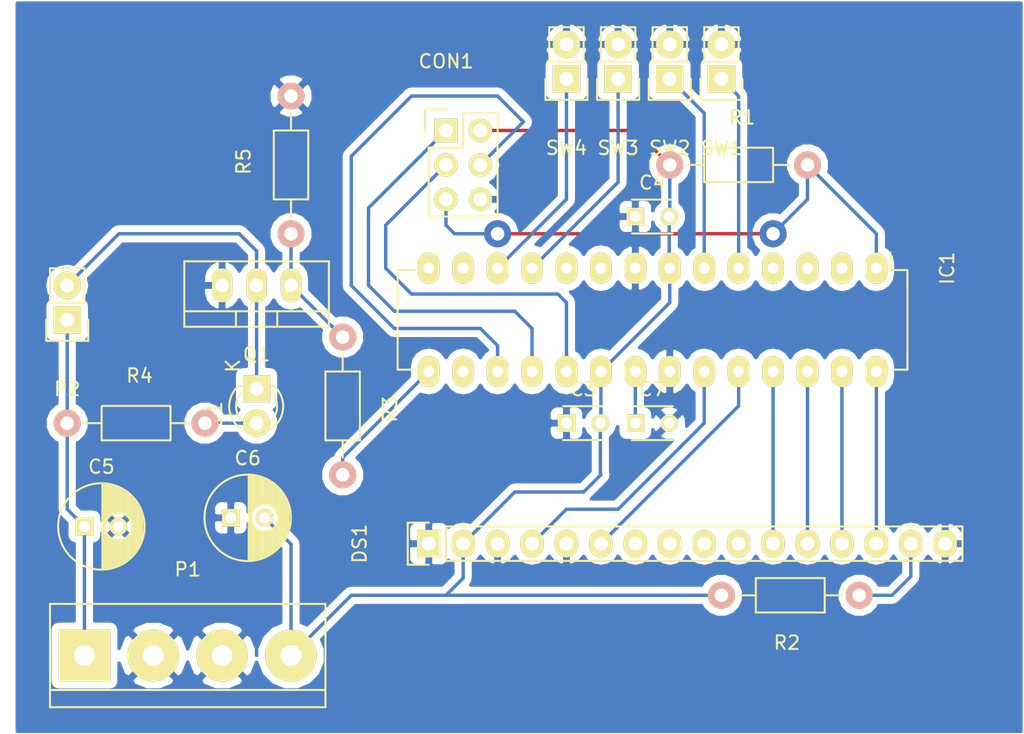
<source format=kicad_pcb>
(kicad_pcb (version 4) (host pcbnew no-vcs-found-product)

  (general
    (links 54)
    (no_connects 0)
    (area 168.881667 60.224999 244.575001 114.400001)
    (thickness 1.6)
    (drawings 4)
    (tracks 95)
    (zones 0)
    (modules 21)
    (nets 36)
  )

  (page A4)
  (layers
    (0 F.Cu signal)
    (31 B.Cu signal)
    (32 B.Adhes user)
    (33 F.Adhes user)
    (34 B.Paste user)
    (35 F.Paste user)
    (36 B.SilkS user)
    (37 F.SilkS user)
    (38 B.Mask user)
    (39 F.Mask user)
    (40 Dwgs.User user)
    (41 Cmts.User user)
    (42 Eco1.User user)
    (43 Eco2.User user)
    (44 Edge.Cuts user)
    (45 Margin user)
    (46 B.CrtYd user)
    (47 F.CrtYd user)
    (48 B.Fab user)
    (49 F.Fab user)
  )

  (setup
    (last_trace_width 0.25)
    (trace_clearance 0.2)
    (zone_clearance 0.508)
    (zone_45_only no)
    (trace_min 0.2)
    (segment_width 0.2)
    (edge_width 0.15)
    (via_size 0.6)
    (via_drill 0.4)
    (via_min_size 0.4)
    (via_min_drill 0.3)
    (user_via 2 1)
    (uvia_size 0.3)
    (uvia_drill 0.1)
    (uvias_allowed no)
    (uvia_min_size 0.2)
    (uvia_min_drill 0.1)
    (pcb_text_width 0.3)
    (pcb_text_size 1.5 1.5)
    (mod_edge_width 0.15)
    (mod_text_size 1 1)
    (mod_text_width 0.15)
    (pad_size 1.524 1.524)
    (pad_drill 0.762)
    (pad_to_mask_clearance 0.2)
    (aux_axis_origin 0 0)
    (visible_elements FFFFFF7F)
    (pcbplotparams
      (layerselection 0x00030_80000001)
      (usegerberextensions false)
      (excludeedgelayer true)
      (linewidth 0.100000)
      (plotframeref false)
      (viasonmask false)
      (mode 1)
      (useauxorigin false)
      (hpglpennumber 1)
      (hpglpenspeed 20)
      (hpglpendiameter 15)
      (hpglpenoverlay 2)
      (psnegative false)
      (psa4output false)
      (plotreference true)
      (plotvalue true)
      (plotinvisibletext false)
      (padsonsilk false)
      (subtractmaskfromsilk false)
      (outputformat 1)
      (mirror false)
      (drillshape 1)
      (scaleselection 1)
      (outputdirectory ""))
  )

  (net 0 "")
  (net 1 LCD_RS)
  (net 2 LCD_E)
  (net 3 "Net-(DS1-Pad7)")
  (net 4 "Net-(DS1-Pad8)")
  (net 5 "Net-(DS1-Pad9)")
  (net 6 "Net-(DS1-Pad10)")
  (net 7 LCD_D4)
  (net 8 LCD_D5)
  (net 9 LCD_D6)
  (net 10 LCD_D7)
  (net 11 "Net-(DS1-Pad15)")
  (net 12 GND)
  (net 13 +5V)
  (net 14 +12V)
  (net 15 "Net-(C7-Pad1)")
  (net 16 MISO)
  (net 17 SCK)
  (net 18 MOSI)
  (net 19 RST)
  (net 20 "Net-(D1-Pad1)")
  (net 21 "Net-(D1-Pad2)")
  (net 22 "Net-(IC1-Pad2)")
  (net 23 "Net-(IC1-Pad3)")
  (net 24 "Net-(IC1-Pad4)")
  (net 25 "Net-(IC1-Pad5)")
  (net 26 "Net-(IC1-Pad6)")
  (net 27 "Net-(IC1-Pad9)")
  (net 28 "Net-(IC1-Pad10)")
  (net 29 "Net-(IC1-Pad11)")
  (net 30 "Net-(IC1-Pad12)")
  (net 31 "Net-(IC1-Pad13)")
  (net 32 "Net-(IC1-Pad14)")
  (net 33 LED_ON)
  (net 34 "Net-(IC1-Pad16)")
  (net 35 "Net-(Q1-Pad1)")

  (net_class Default "Dies ist die voreingestellte Netzklasse."
    (clearance 0.2)
    (trace_width 0.25)
    (via_dia 0.6)
    (via_drill 0.4)
    (uvia_dia 0.3)
    (uvia_drill 0.1)
    (add_net +12V)
    (add_net +5V)
    (add_net GND)
    (add_net LCD_D4)
    (add_net LCD_D5)
    (add_net LCD_D6)
    (add_net LCD_D7)
    (add_net LCD_E)
    (add_net LCD_RS)
    (add_net LED_ON)
    (add_net MISO)
    (add_net MOSI)
    (add_net "Net-(C7-Pad1)")
    (add_net "Net-(D1-Pad1)")
    (add_net "Net-(D1-Pad2)")
    (add_net "Net-(DS1-Pad10)")
    (add_net "Net-(DS1-Pad15)")
    (add_net "Net-(DS1-Pad7)")
    (add_net "Net-(DS1-Pad8)")
    (add_net "Net-(DS1-Pad9)")
    (add_net "Net-(IC1-Pad10)")
    (add_net "Net-(IC1-Pad11)")
    (add_net "Net-(IC1-Pad12)")
    (add_net "Net-(IC1-Pad13)")
    (add_net "Net-(IC1-Pad14)")
    (add_net "Net-(IC1-Pad16)")
    (add_net "Net-(IC1-Pad2)")
    (add_net "Net-(IC1-Pad3)")
    (add_net "Net-(IC1-Pad4)")
    (add_net "Net-(IC1-Pad5)")
    (add_net "Net-(IC1-Pad6)")
    (add_net "Net-(IC1-Pad9)")
    (add_net "Net-(Q1-Pad1)")
    (add_net RST)
    (add_net SCK)
  )

  (module Capacitors_ThroughHole:C_Disc_D3_P2.5 (layer F.Cu) (tedit 0) (tstamp 56636429)
    (at 210.82 91.44)
    (descr "Capacitor 3mm Disc, Pitch 2.5mm")
    (tags Capacitor)
    (path /56637896)
    (fp_text reference C3 (at 1.25 -2.5) (layer F.SilkS)
      (effects (font (size 1 1) (thickness 0.15)))
    )
    (fp_text value 100nF (at 1.25 2.5) (layer F.Fab)
      (effects (font (size 1 1) (thickness 0.15)))
    )
    (fp_line (start -0.9 -1.5) (end 3.4 -1.5) (layer F.CrtYd) (width 0.05))
    (fp_line (start 3.4 -1.5) (end 3.4 1.5) (layer F.CrtYd) (width 0.05))
    (fp_line (start 3.4 1.5) (end -0.9 1.5) (layer F.CrtYd) (width 0.05))
    (fp_line (start -0.9 1.5) (end -0.9 -1.5) (layer F.CrtYd) (width 0.05))
    (fp_line (start -0.25 -1.25) (end 2.75 -1.25) (layer F.SilkS) (width 0.15))
    (fp_line (start 2.75 1.25) (end -0.25 1.25) (layer F.SilkS) (width 0.15))
    (pad 1 thru_hole rect (at 0 0) (size 1.3 1.3) (drill 0.8) (layers *.Cu *.Mask F.SilkS)
      (net 12 GND))
    (pad 2 thru_hole circle (at 2.5 0) (size 1.3 1.3) (drill 0.8001) (layers *.Cu *.Mask F.SilkS)
      (net 13 +5V))
    (model Capacitors_ThroughHole.3dshapes/C_Disc_D3_P2.5.wrl
      (at (xyz 0.0492126 0 0))
      (scale (xyz 1 1 1))
      (rotate (xyz 0 0 0))
    )
  )

  (module Capacitors_ThroughHole:C_Disc_D3_P2.5 (layer F.Cu) (tedit 0) (tstamp 56636435)
    (at 215.9 76.2)
    (descr "Capacitor 3mm Disc, Pitch 2.5mm")
    (tags Capacitor)
    (path /56636F81)
    (fp_text reference C4 (at 1.25 -2.5) (layer F.SilkS)
      (effects (font (size 1 1) (thickness 0.15)))
    )
    (fp_text value 100nF (at 1.25 2.5) (layer F.Fab)
      (effects (font (size 1 1) (thickness 0.15)))
    )
    (fp_line (start -0.9 -1.5) (end 3.4 -1.5) (layer F.CrtYd) (width 0.05))
    (fp_line (start 3.4 -1.5) (end 3.4 1.5) (layer F.CrtYd) (width 0.05))
    (fp_line (start 3.4 1.5) (end -0.9 1.5) (layer F.CrtYd) (width 0.05))
    (fp_line (start -0.9 1.5) (end -0.9 -1.5) (layer F.CrtYd) (width 0.05))
    (fp_line (start -0.25 -1.25) (end 2.75 -1.25) (layer F.SilkS) (width 0.15))
    (fp_line (start 2.75 1.25) (end -0.25 1.25) (layer F.SilkS) (width 0.15))
    (pad 1 thru_hole rect (at 0 0) (size 1.3 1.3) (drill 0.8) (layers *.Cu *.Mask F.SilkS)
      (net 12 GND))
    (pad 2 thru_hole circle (at 2.5 0) (size 1.3 1.3) (drill 0.8001) (layers *.Cu *.Mask F.SilkS)
      (net 13 +5V))
    (model Capacitors_ThroughHole.3dshapes/C_Disc_D3_P2.5.wrl
      (at (xyz 0.0492126 0 0))
      (scale (xyz 1 1 1))
      (rotate (xyz 0 0 0))
    )
  )

  (module Capacitors_ThroughHole:C_Disc_D3_P2.5 (layer F.Cu) (tedit 0) (tstamp 56636459)
    (at 215.9 91.44)
    (descr "Capacitor 3mm Disc, Pitch 2.5mm")
    (tags Capacitor)
    (path /5663FA66)
    (fp_text reference C7 (at 1.25 -2.5) (layer F.SilkS)
      (effects (font (size 1 1) (thickness 0.15)))
    )
    (fp_text value 100nF (at 1.25 2.5) (layer F.Fab)
      (effects (font (size 1 1) (thickness 0.15)))
    )
    (fp_line (start -0.9 -1.5) (end 3.4 -1.5) (layer F.CrtYd) (width 0.05))
    (fp_line (start 3.4 -1.5) (end 3.4 1.5) (layer F.CrtYd) (width 0.05))
    (fp_line (start 3.4 1.5) (end -0.9 1.5) (layer F.CrtYd) (width 0.05))
    (fp_line (start -0.9 1.5) (end -0.9 -1.5) (layer F.CrtYd) (width 0.05))
    (fp_line (start -0.25 -1.25) (end 2.75 -1.25) (layer F.SilkS) (width 0.15))
    (fp_line (start 2.75 1.25) (end -0.25 1.25) (layer F.SilkS) (width 0.15))
    (pad 1 thru_hole rect (at 0 0) (size 1.3 1.3) (drill 0.8) (layers *.Cu *.Mask F.SilkS)
      (net 15 "Net-(C7-Pad1)"))
    (pad 2 thru_hole circle (at 2.5 0) (size 1.3 1.3) (drill 0.8001) (layers *.Cu *.Mask F.SilkS)
      (net 12 GND))
    (model Capacitors_ThroughHole.3dshapes/C_Disc_D3_P2.5.wrl
      (at (xyz 0.0492126 0 0))
      (scale (xyz 1 1 1))
      (rotate (xyz 0 0 0))
    )
  )

  (module Pin_Headers:Pin_Header_Straight_2x03 (layer F.Cu) (tedit 54EA0A4B) (tstamp 56636470)
    (at 201.93 69.85)
    (descr "Through hole pin header")
    (tags "pin header")
    (path /5663422C)
    (fp_text reference CON1 (at 0 -5.1) (layer F.SilkS)
      (effects (font (size 1 1) (thickness 0.15)))
    )
    (fp_text value AVR-ISP-6 (at 0 -3.1) (layer F.Fab)
      (effects (font (size 1 1) (thickness 0.15)))
    )
    (fp_line (start -1.27 1.27) (end -1.27 6.35) (layer F.SilkS) (width 0.15))
    (fp_line (start -1.55 -1.55) (end 0 -1.55) (layer F.SilkS) (width 0.15))
    (fp_line (start -1.75 -1.75) (end -1.75 6.85) (layer F.CrtYd) (width 0.05))
    (fp_line (start 4.3 -1.75) (end 4.3 6.85) (layer F.CrtYd) (width 0.05))
    (fp_line (start -1.75 -1.75) (end 4.3 -1.75) (layer F.CrtYd) (width 0.05))
    (fp_line (start -1.75 6.85) (end 4.3 6.85) (layer F.CrtYd) (width 0.05))
    (fp_line (start 1.27 -1.27) (end 1.27 1.27) (layer F.SilkS) (width 0.15))
    (fp_line (start 1.27 1.27) (end -1.27 1.27) (layer F.SilkS) (width 0.15))
    (fp_line (start -1.27 6.35) (end 3.81 6.35) (layer F.SilkS) (width 0.15))
    (fp_line (start 3.81 6.35) (end 3.81 1.27) (layer F.SilkS) (width 0.15))
    (fp_line (start -1.55 -1.55) (end -1.55 0) (layer F.SilkS) (width 0.15))
    (fp_line (start 3.81 -1.27) (end 1.27 -1.27) (layer F.SilkS) (width 0.15))
    (fp_line (start 3.81 1.27) (end 3.81 -1.27) (layer F.SilkS) (width 0.15))
    (pad 1 thru_hole rect (at 0 0) (size 1.7272 1.7272) (drill 1.016) (layers *.Cu *.Mask F.SilkS)
      (net 16 MISO))
    (pad 2 thru_hole oval (at 2.54 0) (size 1.7272 1.7272) (drill 1.016) (layers *.Cu *.Mask F.SilkS)
      (net 13 +5V))
    (pad 3 thru_hole oval (at 0 2.54) (size 1.7272 1.7272) (drill 1.016) (layers *.Cu *.Mask F.SilkS)
      (net 17 SCK))
    (pad 4 thru_hole oval (at 2.54 2.54) (size 1.7272 1.7272) (drill 1.016) (layers *.Cu *.Mask F.SilkS)
      (net 18 MOSI))
    (pad 5 thru_hole oval (at 0 5.08) (size 1.7272 1.7272) (drill 1.016) (layers *.Cu *.Mask F.SilkS)
      (net 19 RST))
    (pad 6 thru_hole oval (at 2.54 5.08) (size 1.7272 1.7272) (drill 1.016) (layers *.Cu *.Mask F.SilkS)
      (net 12 GND))
    (model Pin_Headers.3dshapes/Pin_Header_Straight_2x03.wrl
      (at (xyz 0.05 -0.1 0))
      (scale (xyz 1 1 1))
      (rotate (xyz 0 0 90))
    )
  )

  (module LEDs:LED-3MM (layer F.Cu) (tedit 559B82F6) (tstamp 56636481)
    (at 187.96 88.9 270)
    (descr "LED 3mm round vertical")
    (tags "LED  3mm round vertical")
    (path /5663D0F6)
    (fp_text reference D1 (at 1.91 3.06 270) (layer F.SilkS)
      (effects (font (size 1 1) (thickness 0.15)))
    )
    (fp_text value LED (at 1.3 -2.9 270) (layer F.Fab)
      (effects (font (size 1 1) (thickness 0.15)))
    )
    (fp_line (start -1.2 2.3) (end 3.8 2.3) (layer F.CrtYd) (width 0.05))
    (fp_line (start 3.8 2.3) (end 3.8 -2.2) (layer F.CrtYd) (width 0.05))
    (fp_line (start 3.8 -2.2) (end -1.2 -2.2) (layer F.CrtYd) (width 0.05))
    (fp_line (start -1.2 -2.2) (end -1.2 2.3) (layer F.CrtYd) (width 0.05))
    (fp_line (start -0.199 1.314) (end -0.199 1.114) (layer F.SilkS) (width 0.15))
    (fp_line (start -0.199 -1.28) (end -0.199 -1.1) (layer F.SilkS) (width 0.15))
    (fp_arc (start 1.301 0.034) (end -0.199 -1.286) (angle 108.5) (layer F.SilkS) (width 0.15))
    (fp_arc (start 1.301 0.034) (end 0.25 -1.1) (angle 85.7) (layer F.SilkS) (width 0.15))
    (fp_arc (start 1.311 0.034) (end 3.051 0.994) (angle 110) (layer F.SilkS) (width 0.15))
    (fp_arc (start 1.301 0.034) (end 2.335 1.094) (angle 87.5) (layer F.SilkS) (width 0.15))
    (fp_text user K (at -1.69 1.74 270) (layer F.SilkS)
      (effects (font (size 1 1) (thickness 0.15)))
    )
    (pad 1 thru_hole rect (at 0 0) (size 2 2) (drill 1.00076) (layers *.Cu *.Mask F.SilkS)
      (net 20 "Net-(D1-Pad1)"))
    (pad 2 thru_hole circle (at 2.54 0 270) (size 2 2) (drill 1.00076) (layers *.Cu *.Mask F.SilkS)
      (net 21 "Net-(D1-Pad2)"))
    (model LEDs.3dshapes/LED-3MM.wrl
      (at (xyz 0.05 0 0))
      (scale (xyz 1 1 1))
      (rotate (xyz 0 0 90))
    )
  )

  (module Pin_Headers:Pin_Header_Straight_1x16 (layer F.Cu) (tedit 0) (tstamp 566364A0)
    (at 200.66 100.33 90)
    (descr "Through hole pin header")
    (tags "pin header")
    (path /566340F1)
    (fp_text reference DS1 (at 0 -5.1 90) (layer F.SilkS)
      (effects (font (size 1 1) (thickness 0.15)))
    )
    (fp_text value LCD16X2 (at 0 -3.1 90) (layer F.Fab)
      (effects (font (size 1 1) (thickness 0.15)))
    )
    (fp_line (start -1.75 -1.75) (end -1.75 39.85) (layer F.CrtYd) (width 0.05))
    (fp_line (start 1.75 -1.75) (end 1.75 39.85) (layer F.CrtYd) (width 0.05))
    (fp_line (start -1.75 -1.75) (end 1.75 -1.75) (layer F.CrtYd) (width 0.05))
    (fp_line (start -1.75 39.85) (end 1.75 39.85) (layer F.CrtYd) (width 0.05))
    (fp_line (start -1.27 1.27) (end -1.27 39.37) (layer F.SilkS) (width 0.15))
    (fp_line (start -1.27 39.37) (end 1.27 39.37) (layer F.SilkS) (width 0.15))
    (fp_line (start 1.27 39.37) (end 1.27 1.27) (layer F.SilkS) (width 0.15))
    (fp_line (start 1.55 -1.55) (end 1.55 0) (layer F.SilkS) (width 0.15))
    (fp_line (start 1.27 1.27) (end -1.27 1.27) (layer F.SilkS) (width 0.15))
    (fp_line (start -1.55 0) (end -1.55 -1.55) (layer F.SilkS) (width 0.15))
    (fp_line (start -1.55 -1.55) (end 1.55 -1.55) (layer F.SilkS) (width 0.15))
    (pad 1 thru_hole rect (at 0 0 90) (size 2.032 1.7272) (drill 1.016) (layers *.Cu *.Mask F.SilkS)
      (net 12 GND))
    (pad 2 thru_hole oval (at 0 2.54 90) (size 2.032 1.7272) (drill 1.016) (layers *.Cu *.Mask F.SilkS)
      (net 13 +5V))
    (pad 3 thru_hole oval (at 0 5.08 90) (size 2.032 1.7272) (drill 1.016) (layers *.Cu *.Mask F.SilkS)
      (net 12 GND))
    (pad 4 thru_hole oval (at 0 7.62 90) (size 2.032 1.7272) (drill 1.016) (layers *.Cu *.Mask F.SilkS)
      (net 1 LCD_RS))
    (pad 5 thru_hole oval (at 0 10.16 90) (size 2.032 1.7272) (drill 1.016) (layers *.Cu *.Mask F.SilkS)
      (net 12 GND))
    (pad 6 thru_hole oval (at 0 12.7 90) (size 2.032 1.7272) (drill 1.016) (layers *.Cu *.Mask F.SilkS)
      (net 2 LCD_E))
    (pad 7 thru_hole oval (at 0 15.24 90) (size 2.032 1.7272) (drill 1.016) (layers *.Cu *.Mask F.SilkS)
      (net 3 "Net-(DS1-Pad7)"))
    (pad 8 thru_hole oval (at 0 17.78 90) (size 2.032 1.7272) (drill 1.016) (layers *.Cu *.Mask F.SilkS)
      (net 4 "Net-(DS1-Pad8)"))
    (pad 9 thru_hole oval (at 0 20.32 90) (size 2.032 1.7272) (drill 1.016) (layers *.Cu *.Mask F.SilkS)
      (net 5 "Net-(DS1-Pad9)"))
    (pad 10 thru_hole oval (at 0 22.86 90) (size 2.032 1.7272) (drill 1.016) (layers *.Cu *.Mask F.SilkS)
      (net 6 "Net-(DS1-Pad10)"))
    (pad 11 thru_hole oval (at 0 25.4 90) (size 2.032 1.7272) (drill 1.016) (layers *.Cu *.Mask F.SilkS)
      (net 7 LCD_D4))
    (pad 12 thru_hole oval (at 0 27.94 90) (size 2.032 1.7272) (drill 1.016) (layers *.Cu *.Mask F.SilkS)
      (net 8 LCD_D5))
    (pad 13 thru_hole oval (at 0 30.48 90) (size 2.032 1.7272) (drill 1.016) (layers *.Cu *.Mask F.SilkS)
      (net 9 LCD_D6))
    (pad 14 thru_hole oval (at 0 33.02 90) (size 2.032 1.7272) (drill 1.016) (layers *.Cu *.Mask F.SilkS)
      (net 10 LCD_D7))
    (pad 15 thru_hole oval (at 0 35.56 90) (size 2.032 1.7272) (drill 1.016) (layers *.Cu *.Mask F.SilkS)
      (net 11 "Net-(DS1-Pad15)"))
    (pad 16 thru_hole oval (at 0 38.1 90) (size 2.032 1.7272) (drill 1.016) (layers *.Cu *.Mask F.SilkS)
      (net 12 GND))
    (model Pin_Headers.3dshapes/Pin_Header_Straight_1x16.wrl
      (at (xyz 0 -0.75 0))
      (scale (xyz 1 1 1))
      (rotate (xyz 0 0 90))
    )
  )

  (module Housings_DIP:DIP-28_W7.62mm_LongPads (layer F.Cu) (tedit 54130A77) (tstamp 566364CB)
    (at 233.68 80.01 270)
    (descr "28-lead dip package, row spacing 7.62 mm (300 mils), longer pads")
    (tags "dil dip 2.54 300")
    (path /56633FD4)
    (fp_text reference IC1 (at 0 -5.22 270) (layer F.SilkS)
      (effects (font (size 1 1) (thickness 0.15)))
    )
    (fp_text value ATMEGA8-P (at 0 -3.72 270) (layer F.Fab)
      (effects (font (size 1 1) (thickness 0.15)))
    )
    (fp_line (start -1.4 -2.45) (end -1.4 35.5) (layer F.CrtYd) (width 0.05))
    (fp_line (start 9 -2.45) (end 9 35.5) (layer F.CrtYd) (width 0.05))
    (fp_line (start -1.4 -2.45) (end 9 -2.45) (layer F.CrtYd) (width 0.05))
    (fp_line (start -1.4 35.5) (end 9 35.5) (layer F.CrtYd) (width 0.05))
    (fp_line (start 0.135 -2.295) (end 0.135 -1.025) (layer F.SilkS) (width 0.15))
    (fp_line (start 7.485 -2.295) (end 7.485 -1.025) (layer F.SilkS) (width 0.15))
    (fp_line (start 7.485 35.315) (end 7.485 34.045) (layer F.SilkS) (width 0.15))
    (fp_line (start 0.135 35.315) (end 0.135 34.045) (layer F.SilkS) (width 0.15))
    (fp_line (start 0.135 -2.295) (end 7.485 -2.295) (layer F.SilkS) (width 0.15))
    (fp_line (start 0.135 35.315) (end 7.485 35.315) (layer F.SilkS) (width 0.15))
    (fp_line (start 0.135 -1.025) (end -1.15 -1.025) (layer F.SilkS) (width 0.15))
    (pad 1 thru_hole oval (at 0 0 270) (size 2.3 1.6) (drill 0.8) (layers *.Cu *.Mask F.SilkS)
      (net 19 RST))
    (pad 2 thru_hole oval (at 0 2.54 270) (size 2.3 1.6) (drill 0.8) (layers *.Cu *.Mask F.SilkS)
      (net 22 "Net-(IC1-Pad2)"))
    (pad 3 thru_hole oval (at 0 5.08 270) (size 2.3 1.6) (drill 0.8) (layers *.Cu *.Mask F.SilkS)
      (net 23 "Net-(IC1-Pad3)"))
    (pad 4 thru_hole oval (at 0 7.62 270) (size 2.3 1.6) (drill 0.8) (layers *.Cu *.Mask F.SilkS)
      (net 24 "Net-(IC1-Pad4)"))
    (pad 5 thru_hole oval (at 0 10.16 270) (size 2.3 1.6) (drill 0.8) (layers *.Cu *.Mask F.SilkS)
      (net 25 "Net-(IC1-Pad5)"))
    (pad 6 thru_hole oval (at 0 12.7 270) (size 2.3 1.6) (drill 0.8) (layers *.Cu *.Mask F.SilkS)
      (net 26 "Net-(IC1-Pad6)"))
    (pad 7 thru_hole oval (at 0 15.24 270) (size 2.3 1.6) (drill 0.8) (layers *.Cu *.Mask F.SilkS)
      (net 13 +5V))
    (pad 8 thru_hole oval (at 0 17.78 270) (size 2.3 1.6) (drill 0.8) (layers *.Cu *.Mask F.SilkS)
      (net 12 GND))
    (pad 9 thru_hole oval (at 0 20.32 270) (size 2.3 1.6) (drill 0.8) (layers *.Cu *.Mask F.SilkS)
      (net 27 "Net-(IC1-Pad9)"))
    (pad 10 thru_hole oval (at 0 22.86 270) (size 2.3 1.6) (drill 0.8) (layers *.Cu *.Mask F.SilkS)
      (net 28 "Net-(IC1-Pad10)"))
    (pad 11 thru_hole oval (at 0 25.4 270) (size 2.3 1.6) (drill 0.8) (layers *.Cu *.Mask F.SilkS)
      (net 29 "Net-(IC1-Pad11)"))
    (pad 12 thru_hole oval (at 0 27.94 270) (size 2.3 1.6) (drill 0.8) (layers *.Cu *.Mask F.SilkS)
      (net 30 "Net-(IC1-Pad12)"))
    (pad 13 thru_hole oval (at 0 30.48 270) (size 2.3 1.6) (drill 0.8) (layers *.Cu *.Mask F.SilkS)
      (net 31 "Net-(IC1-Pad13)"))
    (pad 14 thru_hole oval (at 0 33.02 270) (size 2.3 1.6) (drill 0.8) (layers *.Cu *.Mask F.SilkS)
      (net 32 "Net-(IC1-Pad14)"))
    (pad 15 thru_hole oval (at 7.62 33.02 270) (size 2.3 1.6) (drill 0.8) (layers *.Cu *.Mask F.SilkS)
      (net 33 LED_ON))
    (pad 16 thru_hole oval (at 7.62 30.48 270) (size 2.3 1.6) (drill 0.8) (layers *.Cu *.Mask F.SilkS)
      (net 34 "Net-(IC1-Pad16)"))
    (pad 17 thru_hole oval (at 7.62 27.94 270) (size 2.3 1.6) (drill 0.8) (layers *.Cu *.Mask F.SilkS)
      (net 18 MOSI))
    (pad 18 thru_hole oval (at 7.62 25.4 270) (size 2.3 1.6) (drill 0.8) (layers *.Cu *.Mask F.SilkS)
      (net 16 MISO))
    (pad 19 thru_hole oval (at 7.62 22.86 270) (size 2.3 1.6) (drill 0.8) (layers *.Cu *.Mask F.SilkS)
      (net 17 SCK))
    (pad 20 thru_hole oval (at 7.62 20.32 270) (size 2.3 1.6) (drill 0.8) (layers *.Cu *.Mask F.SilkS)
      (net 13 +5V))
    (pad 21 thru_hole oval (at 7.62 17.78 270) (size 2.3 1.6) (drill 0.8) (layers *.Cu *.Mask F.SilkS)
      (net 15 "Net-(C7-Pad1)"))
    (pad 22 thru_hole oval (at 7.62 15.24 270) (size 2.3 1.6) (drill 0.8) (layers *.Cu *.Mask F.SilkS)
      (net 12 GND))
    (pad 23 thru_hole oval (at 7.62 12.7 270) (size 2.3 1.6) (drill 0.8) (layers *.Cu *.Mask F.SilkS)
      (net 1 LCD_RS))
    (pad 24 thru_hole oval (at 7.62 10.16 270) (size 2.3 1.6) (drill 0.8) (layers *.Cu *.Mask F.SilkS)
      (net 2 LCD_E))
    (pad 25 thru_hole oval (at 7.62 7.62 270) (size 2.3 1.6) (drill 0.8) (layers *.Cu *.Mask F.SilkS)
      (net 7 LCD_D4))
    (pad 26 thru_hole oval (at 7.62 5.08 270) (size 2.3 1.6) (drill 0.8) (layers *.Cu *.Mask F.SilkS)
      (net 8 LCD_D5))
    (pad 27 thru_hole oval (at 7.62 2.54 270) (size 2.3 1.6) (drill 0.8) (layers *.Cu *.Mask F.SilkS)
      (net 9 LCD_D6))
    (pad 28 thru_hole oval (at 7.62 0 270) (size 2.3 1.6) (drill 0.8) (layers *.Cu *.Mask F.SilkS)
      (net 10 LCD_D7))
    (model Housings_DIP.3dshapes/DIP-28_W7.62mm_LongPads.wrl
      (at (xyz 0 0 0))
      (scale (xyz 1 1 1))
      (rotate (xyz 0 0 0))
    )
  )

  (module Pin_Headers:Pin_Header_Straight_1x02 (layer F.Cu) (tedit 54EA090C) (tstamp 566364EF)
    (at 173.99 83.82 180)
    (descr "Through hole pin header")
    (tags "pin header")
    (path /5663D18F)
    (fp_text reference P2 (at 0 -5.1 180) (layer F.SilkS)
      (effects (font (size 1 1) (thickness 0.15)))
    )
    (fp_text value CONN_01X02 (at 0 -3.1 180) (layer F.Fab)
      (effects (font (size 1 1) (thickness 0.15)))
    )
    (fp_line (start 1.27 1.27) (end 1.27 3.81) (layer F.SilkS) (width 0.15))
    (fp_line (start 1.55 -1.55) (end 1.55 0) (layer F.SilkS) (width 0.15))
    (fp_line (start -1.75 -1.75) (end -1.75 4.3) (layer F.CrtYd) (width 0.05))
    (fp_line (start 1.75 -1.75) (end 1.75 4.3) (layer F.CrtYd) (width 0.05))
    (fp_line (start -1.75 -1.75) (end 1.75 -1.75) (layer F.CrtYd) (width 0.05))
    (fp_line (start -1.75 4.3) (end 1.75 4.3) (layer F.CrtYd) (width 0.05))
    (fp_line (start 1.27 1.27) (end -1.27 1.27) (layer F.SilkS) (width 0.15))
    (fp_line (start -1.55 0) (end -1.55 -1.55) (layer F.SilkS) (width 0.15))
    (fp_line (start -1.55 -1.55) (end 1.55 -1.55) (layer F.SilkS) (width 0.15))
    (fp_line (start -1.27 1.27) (end -1.27 3.81) (layer F.SilkS) (width 0.15))
    (fp_line (start -1.27 3.81) (end 1.27 3.81) (layer F.SilkS) (width 0.15))
    (pad 1 thru_hole rect (at 0 0 180) (size 2.032 2.032) (drill 1.016) (layers *.Cu *.Mask F.SilkS)
      (net 14 +12V))
    (pad 2 thru_hole oval (at 0 2.54 180) (size 2.032 2.032) (drill 1.016) (layers *.Cu *.Mask F.SilkS)
      (net 20 "Net-(D1-Pad1)"))
    (model Pin_Headers.3dshapes/Pin_Header_Straight_1x02.wrl
      (at (xyz 0 -0.05 0))
      (scale (xyz 1 1 1))
      (rotate (xyz 0 0 90))
    )
  )

  (module TO_SOT_Packages_THT:TO-220_Neutral123_Vertical (layer F.Cu) (tedit 0) (tstamp 56636500)
    (at 187.96 81.28 180)
    (descr "TO-220, Neutral, Vertical,")
    (tags "TO-220, Neutral, Vertical,")
    (path /5663CE70)
    (fp_text reference Q1 (at 0 -5.08 180) (layer F.SilkS)
      (effects (font (size 1 1) (thickness 0.15)))
    )
    (fp_text value Q_NMOS_GDS (at 0 3.81 180) (layer F.Fab)
      (effects (font (size 1 1) (thickness 0.15)))
    )
    (fp_line (start -1.524 -3.048) (end -1.524 -1.905) (layer F.SilkS) (width 0.15))
    (fp_line (start 1.524 -3.048) (end 1.524 -1.905) (layer F.SilkS) (width 0.15))
    (fp_line (start 5.334 -1.905) (end 5.334 1.778) (layer F.SilkS) (width 0.15))
    (fp_line (start 5.334 1.778) (end -5.334 1.778) (layer F.SilkS) (width 0.15))
    (fp_line (start -5.334 1.778) (end -5.334 -1.905) (layer F.SilkS) (width 0.15))
    (fp_line (start 5.334 -3.048) (end 5.334 -1.905) (layer F.SilkS) (width 0.15))
    (fp_line (start 5.334 -1.905) (end -5.334 -1.905) (layer F.SilkS) (width 0.15))
    (fp_line (start -5.334 -1.905) (end -5.334 -3.048) (layer F.SilkS) (width 0.15))
    (fp_line (start 0 -3.048) (end -5.334 -3.048) (layer F.SilkS) (width 0.15))
    (fp_line (start 0 -3.048) (end 5.334 -3.048) (layer F.SilkS) (width 0.15))
    (pad 2 thru_hole oval (at 0 0 270) (size 2.49936 1.50114) (drill 1.00076) (layers *.Cu *.Mask F.SilkS)
      (net 20 "Net-(D1-Pad1)"))
    (pad 1 thru_hole oval (at -2.54 0 270) (size 2.49936 1.50114) (drill 1.00076) (layers *.Cu *.Mask F.SilkS)
      (net 35 "Net-(Q1-Pad1)"))
    (pad 3 thru_hole oval (at 2.54 0 270) (size 2.49936 1.50114) (drill 1.00076) (layers *.Cu *.Mask F.SilkS)
      (net 12 GND))
    (model TO_SOT_Packages_THT.3dshapes/TO-220_Neutral123_Vertical.wrl
      (at (xyz 0 0 0))
      (scale (xyz 0.3937 0.3937 0.3937))
      (rotate (xyz 0 0 0))
    )
  )

  (module Pin_Headers:Pin_Header_Straight_1x02 (layer F.Cu) (tedit 54EA090C) (tstamp 5663654D)
    (at 222.25 66.04 180)
    (descr "Through hole pin header")
    (tags "pin header")
    (path /56634447)
    (fp_text reference SW1 (at 0 -5.1 180) (layer F.SilkS)
      (effects (font (size 1 1) (thickness 0.15)))
    )
    (fp_text value SW_PUSH (at 0 -3.1 180) (layer F.Fab)
      (effects (font (size 1 1) (thickness 0.15)))
    )
    (fp_line (start 1.27 1.27) (end 1.27 3.81) (layer F.SilkS) (width 0.15))
    (fp_line (start 1.55 -1.55) (end 1.55 0) (layer F.SilkS) (width 0.15))
    (fp_line (start -1.75 -1.75) (end -1.75 4.3) (layer F.CrtYd) (width 0.05))
    (fp_line (start 1.75 -1.75) (end 1.75 4.3) (layer F.CrtYd) (width 0.05))
    (fp_line (start -1.75 -1.75) (end 1.75 -1.75) (layer F.CrtYd) (width 0.05))
    (fp_line (start -1.75 4.3) (end 1.75 4.3) (layer F.CrtYd) (width 0.05))
    (fp_line (start 1.27 1.27) (end -1.27 1.27) (layer F.SilkS) (width 0.15))
    (fp_line (start -1.55 0) (end -1.55 -1.55) (layer F.SilkS) (width 0.15))
    (fp_line (start -1.55 -1.55) (end 1.55 -1.55) (layer F.SilkS) (width 0.15))
    (fp_line (start -1.27 1.27) (end -1.27 3.81) (layer F.SilkS) (width 0.15))
    (fp_line (start -1.27 3.81) (end 1.27 3.81) (layer F.SilkS) (width 0.15))
    (pad 1 thru_hole rect (at 0 0 180) (size 2.032 2.032) (drill 1.016) (layers *.Cu *.Mask F.SilkS)
      (net 25 "Net-(IC1-Pad5)"))
    (pad 2 thru_hole oval (at 0 2.54 180) (size 2.032 2.032) (drill 1.016) (layers *.Cu *.Mask F.SilkS)
      (net 12 GND))
    (model Pin_Headers.3dshapes/Pin_Header_Straight_1x02.wrl
      (at (xyz 0 -0.05 0))
      (scale (xyz 1 1 1))
      (rotate (xyz 0 0 90))
    )
  )

  (module Pin_Headers:Pin_Header_Straight_1x02 (layer F.Cu) (tedit 54EA090C) (tstamp 5663655E)
    (at 218.44 66.04 180)
    (descr "Through hole pin header")
    (tags "pin header")
    (path /56634378)
    (fp_text reference SW2 (at 0 -5.1 180) (layer F.SilkS)
      (effects (font (size 1 1) (thickness 0.15)))
    )
    (fp_text value SW_PUSH (at 0 -3.1 180) (layer F.Fab)
      (effects (font (size 1 1) (thickness 0.15)))
    )
    (fp_line (start 1.27 1.27) (end 1.27 3.81) (layer F.SilkS) (width 0.15))
    (fp_line (start 1.55 -1.55) (end 1.55 0) (layer F.SilkS) (width 0.15))
    (fp_line (start -1.75 -1.75) (end -1.75 4.3) (layer F.CrtYd) (width 0.05))
    (fp_line (start 1.75 -1.75) (end 1.75 4.3) (layer F.CrtYd) (width 0.05))
    (fp_line (start -1.75 -1.75) (end 1.75 -1.75) (layer F.CrtYd) (width 0.05))
    (fp_line (start -1.75 4.3) (end 1.75 4.3) (layer F.CrtYd) (width 0.05))
    (fp_line (start 1.27 1.27) (end -1.27 1.27) (layer F.SilkS) (width 0.15))
    (fp_line (start -1.55 0) (end -1.55 -1.55) (layer F.SilkS) (width 0.15))
    (fp_line (start -1.55 -1.55) (end 1.55 -1.55) (layer F.SilkS) (width 0.15))
    (fp_line (start -1.27 1.27) (end -1.27 3.81) (layer F.SilkS) (width 0.15))
    (fp_line (start -1.27 3.81) (end 1.27 3.81) (layer F.SilkS) (width 0.15))
    (pad 1 thru_hole rect (at 0 0 180) (size 2.032 2.032) (drill 1.016) (layers *.Cu *.Mask F.SilkS)
      (net 26 "Net-(IC1-Pad6)"))
    (pad 2 thru_hole oval (at 0 2.54 180) (size 2.032 2.032) (drill 1.016) (layers *.Cu *.Mask F.SilkS)
      (net 12 GND))
    (model Pin_Headers.3dshapes/Pin_Header_Straight_1x02.wrl
      (at (xyz 0 -0.05 0))
      (scale (xyz 1 1 1))
      (rotate (xyz 0 0 90))
    )
  )

  (module Pin_Headers:Pin_Header_Straight_1x02 (layer F.Cu) (tedit 54EA090C) (tstamp 5663656F)
    (at 214.63 66.04 180)
    (descr "Through hole pin header")
    (tags "pin header")
    (path /566344CA)
    (fp_text reference SW3 (at 0 -5.1 180) (layer F.SilkS)
      (effects (font (size 1 1) (thickness 0.15)))
    )
    (fp_text value SW_PUSH (at 0 -3.1 180) (layer F.Fab)
      (effects (font (size 1 1) (thickness 0.15)))
    )
    (fp_line (start 1.27 1.27) (end 1.27 3.81) (layer F.SilkS) (width 0.15))
    (fp_line (start 1.55 -1.55) (end 1.55 0) (layer F.SilkS) (width 0.15))
    (fp_line (start -1.75 -1.75) (end -1.75 4.3) (layer F.CrtYd) (width 0.05))
    (fp_line (start 1.75 -1.75) (end 1.75 4.3) (layer F.CrtYd) (width 0.05))
    (fp_line (start -1.75 -1.75) (end 1.75 -1.75) (layer F.CrtYd) (width 0.05))
    (fp_line (start -1.75 4.3) (end 1.75 4.3) (layer F.CrtYd) (width 0.05))
    (fp_line (start 1.27 1.27) (end -1.27 1.27) (layer F.SilkS) (width 0.15))
    (fp_line (start -1.55 0) (end -1.55 -1.55) (layer F.SilkS) (width 0.15))
    (fp_line (start -1.55 -1.55) (end 1.55 -1.55) (layer F.SilkS) (width 0.15))
    (fp_line (start -1.27 1.27) (end -1.27 3.81) (layer F.SilkS) (width 0.15))
    (fp_line (start -1.27 3.81) (end 1.27 3.81) (layer F.SilkS) (width 0.15))
    (pad 1 thru_hole rect (at 0 0 180) (size 2.032 2.032) (drill 1.016) (layers *.Cu *.Mask F.SilkS)
      (net 29 "Net-(IC1-Pad11)"))
    (pad 2 thru_hole oval (at 0 2.54 180) (size 2.032 2.032) (drill 1.016) (layers *.Cu *.Mask F.SilkS)
      (net 12 GND))
    (model Pin_Headers.3dshapes/Pin_Header_Straight_1x02.wrl
      (at (xyz 0 -0.05 0))
      (scale (xyz 1 1 1))
      (rotate (xyz 0 0 90))
    )
  )

  (module Pin_Headers:Pin_Header_Straight_1x02 (layer F.Cu) (tedit 54EA090C) (tstamp 56636580)
    (at 210.82 66.04 180)
    (descr "Through hole pin header")
    (tags "pin header")
    (path /566342DF)
    (fp_text reference SW4 (at 0 -5.1 180) (layer F.SilkS)
      (effects (font (size 1 1) (thickness 0.15)))
    )
    (fp_text value SW_PUSH (at 0 -3.1 180) (layer F.Fab)
      (effects (font (size 1 1) (thickness 0.15)))
    )
    (fp_line (start 1.27 1.27) (end 1.27 3.81) (layer F.SilkS) (width 0.15))
    (fp_line (start 1.55 -1.55) (end 1.55 0) (layer F.SilkS) (width 0.15))
    (fp_line (start -1.75 -1.75) (end -1.75 4.3) (layer F.CrtYd) (width 0.05))
    (fp_line (start 1.75 -1.75) (end 1.75 4.3) (layer F.CrtYd) (width 0.05))
    (fp_line (start -1.75 -1.75) (end 1.75 -1.75) (layer F.CrtYd) (width 0.05))
    (fp_line (start -1.75 4.3) (end 1.75 4.3) (layer F.CrtYd) (width 0.05))
    (fp_line (start 1.27 1.27) (end -1.27 1.27) (layer F.SilkS) (width 0.15))
    (fp_line (start -1.55 0) (end -1.55 -1.55) (layer F.SilkS) (width 0.15))
    (fp_line (start -1.55 -1.55) (end 1.55 -1.55) (layer F.SilkS) (width 0.15))
    (fp_line (start -1.27 1.27) (end -1.27 3.81) (layer F.SilkS) (width 0.15))
    (fp_line (start -1.27 3.81) (end 1.27 3.81) (layer F.SilkS) (width 0.15))
    (pad 1 thru_hole rect (at 0 0 180) (size 2.032 2.032) (drill 1.016) (layers *.Cu *.Mask F.SilkS)
      (net 30 "Net-(IC1-Pad12)"))
    (pad 2 thru_hole oval (at 0 2.54 180) (size 2.032 2.032) (drill 1.016) (layers *.Cu *.Mask F.SilkS)
      (net 12 GND))
    (model Pin_Headers.3dshapes/Pin_Header_Straight_1x02.wrl
      (at (xyz 0 -0.05 0))
      (scale (xyz 1 1 1))
      (rotate (xyz 0 0 90))
    )
  )

  (module Connect:bornier4 (layer F.Cu) (tedit 5663676E) (tstamp 566369E8)
    (at 182.88 108.585)
    (descr "Bornier d'alimentation 4 pins")
    (tags DEV)
    (path /5663B92E)
    (fp_text reference P1 (at 0 -6.35) (layer F.SilkS)
      (effects (font (size 1 1) (thickness 0.15)))
    )
    (fp_text value CONN_01X04 (at 2.54 -2.54) (layer F.Fab)
      (effects (font (size 1 1) (thickness 0.15)))
    )
    (fp_line (start -10.16 -3.81) (end -10.16 3.81) (layer F.SilkS) (width 0.15))
    (fp_line (start 10.16 3.81) (end 10.16 -3.81) (layer F.SilkS) (width 0.15))
    (fp_line (start 10.16 2.54) (end -10.16 2.54) (layer F.SilkS) (width 0.15))
    (fp_line (start -10.16 -3.81) (end 10.16 -3.81) (layer F.SilkS) (width 0.15))
    (fp_line (start -10.16 3.81) (end 10.16 3.81) (layer F.SilkS) (width 0.15))
    (pad 2 thru_hole circle (at -2.54 0) (size 3.81 3.81) (drill 1.524) (layers *.Cu *.Mask F.SilkS)
      (net 12 GND))
    (pad 3 thru_hole circle (at 2.54 0) (size 3.81 3.81) (drill 1.524) (layers *.Cu *.Mask F.SilkS)
      (net 12 GND))
    (pad 1 thru_hole rect (at -7.62 0) (size 3.81 3.81) (drill 1.524) (layers *.Cu *.Mask F.SilkS)
      (net 14 +12V))
    (pad 4 thru_hole circle (at 7.62 0) (size 3.81 3.81) (drill 1.524) (layers *.Cu *.Mask F.SilkS)
      (net 13 +5V))
    (model Connect.3dshapes/bornier4.wrl
      (at (xyz 0 0 0))
      (scale (xyz 1 1 1))
      (rotate (xyz 0 0 0))
    )
  )

  (module Resistors_ThroughHole:Resistor_Horizontal_RM10mm (layer F.Cu) (tedit 53F56209) (tstamp 56636C95)
    (at 223.52 72.39)
    (descr "Resistor, Axial,  RM 10mm, 1/3W,")
    (tags "Resistor, Axial, RM 10mm, 1/3W,")
    (path /5663732A)
    (fp_text reference R1 (at 0.24892 -3.50012) (layer F.SilkS)
      (effects (font (size 1 1) (thickness 0.15)))
    )
    (fp_text value 100k (at 3.81 3.81) (layer F.Fab)
      (effects (font (size 1 1) (thickness 0.15)))
    )
    (fp_line (start -2.54 -1.27) (end 2.54 -1.27) (layer F.SilkS) (width 0.15))
    (fp_line (start 2.54 -1.27) (end 2.54 1.27) (layer F.SilkS) (width 0.15))
    (fp_line (start 2.54 1.27) (end -2.54 1.27) (layer F.SilkS) (width 0.15))
    (fp_line (start -2.54 1.27) (end -2.54 -1.27) (layer F.SilkS) (width 0.15))
    (fp_line (start -2.54 0) (end -3.81 0) (layer F.SilkS) (width 0.15))
    (fp_line (start 2.54 0) (end 3.81 0) (layer F.SilkS) (width 0.15))
    (pad 1 thru_hole circle (at -5.08 0) (size 1.99898 1.99898) (drill 1.00076) (layers *.Cu *.SilkS *.Mask)
      (net 13 +5V))
    (pad 2 thru_hole circle (at 5.08 0) (size 1.99898 1.99898) (drill 1.00076) (layers *.Cu *.SilkS *.Mask)
      (net 19 RST))
    (model Resistors_ThroughHole.3dshapes/Resistor_Horizontal_RM10mm.wrl
      (at (xyz 0 0 0))
      (scale (xyz 0.4 0.4 0.4))
      (rotate (xyz 0 0 0))
    )
  )

  (module Resistors_ThroughHole:Resistor_Horizontal_RM10mm (layer F.Cu) (tedit 53F56209) (tstamp 56636CAB)
    (at 194.31 90.17 270)
    (descr "Resistor, Axial,  RM 10mm, 1/3W,")
    (tags "Resistor, Axial, RM 10mm, 1/3W,")
    (path /5663D01C)
    (fp_text reference R3 (at 0.24892 -3.50012 270) (layer F.SilkS)
      (effects (font (size 1 1) (thickness 0.15)))
    )
    (fp_text value 1k (at 3.81 3.81 270) (layer F.Fab)
      (effects (font (size 1 1) (thickness 0.15)))
    )
    (fp_line (start -2.54 -1.27) (end 2.54 -1.27) (layer F.SilkS) (width 0.15))
    (fp_line (start 2.54 -1.27) (end 2.54 1.27) (layer F.SilkS) (width 0.15))
    (fp_line (start 2.54 1.27) (end -2.54 1.27) (layer F.SilkS) (width 0.15))
    (fp_line (start -2.54 1.27) (end -2.54 -1.27) (layer F.SilkS) (width 0.15))
    (fp_line (start -2.54 0) (end -3.81 0) (layer F.SilkS) (width 0.15))
    (fp_line (start 2.54 0) (end 3.81 0) (layer F.SilkS) (width 0.15))
    (pad 1 thru_hole circle (at -5.08 0 270) (size 1.99898 1.99898) (drill 1.00076) (layers *.Cu *.SilkS *.Mask)
      (net 35 "Net-(Q1-Pad1)"))
    (pad 2 thru_hole circle (at 5.08 0 270) (size 1.99898 1.99898) (drill 1.00076) (layers *.Cu *.SilkS *.Mask)
      (net 33 LED_ON))
    (model Resistors_ThroughHole.3dshapes/Resistor_Horizontal_RM10mm.wrl
      (at (xyz 0 0 0))
      (scale (xyz 0.4 0.4 0.4))
      (rotate (xyz 0 0 0))
    )
  )

  (module Resistors_ThroughHole:Resistor_Horizontal_RM10mm (layer F.Cu) (tedit 53F56209) (tstamp 56636CB6)
    (at 179.07 91.44)
    (descr "Resistor, Axial,  RM 10mm, 1/3W,")
    (tags "Resistor, Axial, RM 10mm, 1/3W,")
    (path /5663D077)
    (fp_text reference R4 (at 0.24892 -3.50012) (layer F.SilkS)
      (effects (font (size 1 1) (thickness 0.15)))
    )
    (fp_text value 1K (at 3.81 3.81) (layer F.Fab)
      (effects (font (size 1 1) (thickness 0.15)))
    )
    (fp_line (start -2.54 -1.27) (end 2.54 -1.27) (layer F.SilkS) (width 0.15))
    (fp_line (start 2.54 -1.27) (end 2.54 1.27) (layer F.SilkS) (width 0.15))
    (fp_line (start 2.54 1.27) (end -2.54 1.27) (layer F.SilkS) (width 0.15))
    (fp_line (start -2.54 1.27) (end -2.54 -1.27) (layer F.SilkS) (width 0.15))
    (fp_line (start -2.54 0) (end -3.81 0) (layer F.SilkS) (width 0.15))
    (fp_line (start 2.54 0) (end 3.81 0) (layer F.SilkS) (width 0.15))
    (pad 1 thru_hole circle (at -5.08 0) (size 1.99898 1.99898) (drill 1.00076) (layers *.Cu *.SilkS *.Mask)
      (net 14 +12V))
    (pad 2 thru_hole circle (at 5.08 0) (size 1.99898 1.99898) (drill 1.00076) (layers *.Cu *.SilkS *.Mask)
      (net 21 "Net-(D1-Pad2)"))
    (model Resistors_ThroughHole.3dshapes/Resistor_Horizontal_RM10mm.wrl
      (at (xyz 0 0 0))
      (scale (xyz 0.4 0.4 0.4))
      (rotate (xyz 0 0 0))
    )
  )

  (module Resistors_ThroughHole:Resistor_Horizontal_RM10mm (layer F.Cu) (tedit 53F56209) (tstamp 56636CC1)
    (at 190.5 72.39 90)
    (descr "Resistor, Axial,  RM 10mm, 1/3W,")
    (tags "Resistor, Axial, RM 10mm, 1/3W,")
    (path /5663CF79)
    (fp_text reference R5 (at 0.24892 -3.50012 90) (layer F.SilkS)
      (effects (font (size 1 1) (thickness 0.15)))
    )
    (fp_text value 10k (at 3.81 3.81 90) (layer F.Fab)
      (effects (font (size 1 1) (thickness 0.15)))
    )
    (fp_line (start -2.54 -1.27) (end 2.54 -1.27) (layer F.SilkS) (width 0.15))
    (fp_line (start 2.54 -1.27) (end 2.54 1.27) (layer F.SilkS) (width 0.15))
    (fp_line (start 2.54 1.27) (end -2.54 1.27) (layer F.SilkS) (width 0.15))
    (fp_line (start -2.54 1.27) (end -2.54 -1.27) (layer F.SilkS) (width 0.15))
    (fp_line (start -2.54 0) (end -3.81 0) (layer F.SilkS) (width 0.15))
    (fp_line (start 2.54 0) (end 3.81 0) (layer F.SilkS) (width 0.15))
    (pad 1 thru_hole circle (at -5.08 0 90) (size 1.99898 1.99898) (drill 1.00076) (layers *.Cu *.SilkS *.Mask)
      (net 35 "Net-(Q1-Pad1)"))
    (pad 2 thru_hole circle (at 5.08 0 90) (size 1.99898 1.99898) (drill 1.00076) (layers *.Cu *.SilkS *.Mask)
      (net 12 GND))
    (model Resistors_ThroughHole.3dshapes/Resistor_Horizontal_RM10mm.wrl
      (at (xyz 0 0 0))
      (scale (xyz 0.4 0.4 0.4))
      (rotate (xyz 0 0 0))
    )
  )

  (module Resistors_ThroughHole:Resistor_Horizontal_RM10mm (layer F.Cu) (tedit 53F56209) (tstamp 56637097)
    (at 227.33 104.14 180)
    (descr "Resistor, Axial,  RM 10mm, 1/3W,")
    (tags "Resistor, Axial, RM 10mm, 1/3W,")
    (path /5663AB72)
    (fp_text reference R2 (at 0.24892 -3.50012 180) (layer F.SilkS)
      (effects (font (size 1 1) (thickness 0.15)))
    )
    (fp_text value R (at 3.81 3.81 180) (layer F.Fab)
      (effects (font (size 1 1) (thickness 0.15)))
    )
    (fp_line (start -2.54 -1.27) (end 2.54 -1.27) (layer F.SilkS) (width 0.15))
    (fp_line (start 2.54 -1.27) (end 2.54 1.27) (layer F.SilkS) (width 0.15))
    (fp_line (start 2.54 1.27) (end -2.54 1.27) (layer F.SilkS) (width 0.15))
    (fp_line (start -2.54 1.27) (end -2.54 -1.27) (layer F.SilkS) (width 0.15))
    (fp_line (start -2.54 0) (end -3.81 0) (layer F.SilkS) (width 0.15))
    (fp_line (start 2.54 0) (end 3.81 0) (layer F.SilkS) (width 0.15))
    (pad 1 thru_hole circle (at -5.08 0 180) (size 1.99898 1.99898) (drill 1.00076) (layers *.Cu *.SilkS *.Mask)
      (net 11 "Net-(DS1-Pad15)"))
    (pad 2 thru_hole circle (at 5.08 0 180) (size 1.99898 1.99898) (drill 1.00076) (layers *.Cu *.SilkS *.Mask)
      (net 13 +5V))
    (model Resistors_ThroughHole.3dshapes/Resistor_Horizontal_RM10mm.wrl
      (at (xyz 0 0 0))
      (scale (xyz 0.4 0.4 0.4))
      (rotate (xyz 0 0 0))
    )
  )

  (module Capacitors_ThroughHole:C_Radial_D6.3_L11.2_P2.5 (layer F.Cu) (tedit 0) (tstamp 56637649)
    (at 175.26 99.06)
    (descr "Radial Electrolytic Capacitor, Diameter 6.3mm x Length 11.2mm, Pitch 2.5mm")
    (tags "Electrolytic Capacitor")
    (path /5663BCB9)
    (fp_text reference C5 (at 1.25 -4.4) (layer F.SilkS)
      (effects (font (size 1 1) (thickness 0.15)))
    )
    (fp_text value 100nF (at 1.25 4.4) (layer F.Fab)
      (effects (font (size 1 1) (thickness 0.15)))
    )
    (fp_line (start 1.325 -3.149) (end 1.325 3.149) (layer F.SilkS) (width 0.15))
    (fp_line (start 1.465 -3.143) (end 1.465 3.143) (layer F.SilkS) (width 0.15))
    (fp_line (start 1.605 -3.13) (end 1.605 -0.446) (layer F.SilkS) (width 0.15))
    (fp_line (start 1.605 0.446) (end 1.605 3.13) (layer F.SilkS) (width 0.15))
    (fp_line (start 1.745 -3.111) (end 1.745 -0.656) (layer F.SilkS) (width 0.15))
    (fp_line (start 1.745 0.656) (end 1.745 3.111) (layer F.SilkS) (width 0.15))
    (fp_line (start 1.885 -3.085) (end 1.885 -0.789) (layer F.SilkS) (width 0.15))
    (fp_line (start 1.885 0.789) (end 1.885 3.085) (layer F.SilkS) (width 0.15))
    (fp_line (start 2.025 -3.053) (end 2.025 -0.88) (layer F.SilkS) (width 0.15))
    (fp_line (start 2.025 0.88) (end 2.025 3.053) (layer F.SilkS) (width 0.15))
    (fp_line (start 2.165 -3.014) (end 2.165 -0.942) (layer F.SilkS) (width 0.15))
    (fp_line (start 2.165 0.942) (end 2.165 3.014) (layer F.SilkS) (width 0.15))
    (fp_line (start 2.305 -2.968) (end 2.305 -0.981) (layer F.SilkS) (width 0.15))
    (fp_line (start 2.305 0.981) (end 2.305 2.968) (layer F.SilkS) (width 0.15))
    (fp_line (start 2.445 -2.915) (end 2.445 -0.998) (layer F.SilkS) (width 0.15))
    (fp_line (start 2.445 0.998) (end 2.445 2.915) (layer F.SilkS) (width 0.15))
    (fp_line (start 2.585 -2.853) (end 2.585 -0.996) (layer F.SilkS) (width 0.15))
    (fp_line (start 2.585 0.996) (end 2.585 2.853) (layer F.SilkS) (width 0.15))
    (fp_line (start 2.725 -2.783) (end 2.725 -0.974) (layer F.SilkS) (width 0.15))
    (fp_line (start 2.725 0.974) (end 2.725 2.783) (layer F.SilkS) (width 0.15))
    (fp_line (start 2.865 -2.704) (end 2.865 -0.931) (layer F.SilkS) (width 0.15))
    (fp_line (start 2.865 0.931) (end 2.865 2.704) (layer F.SilkS) (width 0.15))
    (fp_line (start 3.005 -2.616) (end 3.005 -0.863) (layer F.SilkS) (width 0.15))
    (fp_line (start 3.005 0.863) (end 3.005 2.616) (layer F.SilkS) (width 0.15))
    (fp_line (start 3.145 -2.516) (end 3.145 -0.764) (layer F.SilkS) (width 0.15))
    (fp_line (start 3.145 0.764) (end 3.145 2.516) (layer F.SilkS) (width 0.15))
    (fp_line (start 3.285 -2.404) (end 3.285 -0.619) (layer F.SilkS) (width 0.15))
    (fp_line (start 3.285 0.619) (end 3.285 2.404) (layer F.SilkS) (width 0.15))
    (fp_line (start 3.425 -2.279) (end 3.425 -0.38) (layer F.SilkS) (width 0.15))
    (fp_line (start 3.425 0.38) (end 3.425 2.279) (layer F.SilkS) (width 0.15))
    (fp_line (start 3.565 -2.136) (end 3.565 2.136) (layer F.SilkS) (width 0.15))
    (fp_line (start 3.705 -1.974) (end 3.705 1.974) (layer F.SilkS) (width 0.15))
    (fp_line (start 3.845 -1.786) (end 3.845 1.786) (layer F.SilkS) (width 0.15))
    (fp_line (start 3.985 -1.563) (end 3.985 1.563) (layer F.SilkS) (width 0.15))
    (fp_line (start 4.125 -1.287) (end 4.125 1.287) (layer F.SilkS) (width 0.15))
    (fp_line (start 4.265 -0.912) (end 4.265 0.912) (layer F.SilkS) (width 0.15))
    (fp_circle (center 2.5 0) (end 2.5 -1) (layer F.SilkS) (width 0.15))
    (fp_circle (center 1.25 0) (end 1.25 -3.1875) (layer F.SilkS) (width 0.15))
    (fp_circle (center 1.25 0) (end 1.25 -3.4) (layer F.CrtYd) (width 0.05))
    (pad 2 thru_hole circle (at 2.5 0) (size 1.3 1.3) (drill 0.8) (layers *.Cu *.Mask F.SilkS)
      (net 12 GND))
    (pad 1 thru_hole rect (at 0 0) (size 1.3 1.3) (drill 0.8) (layers *.Cu *.Mask F.SilkS)
      (net 14 +12V))
    (model Capacitors_ThroughHole.3dshapes/C_Radial_D6.3_L11.2_P2.5.wrl
      (at (xyz 0 0 0))
      (scale (xyz 1 1 1))
      (rotate (xyz 0 0 0))
    )
  )

  (module Capacitors_ThroughHole:C_Radial_D6.3_L11.2_P2.5 (layer F.Cu) (tedit 0) (tstamp 56637675)
    (at 186.055 98.425)
    (descr "Radial Electrolytic Capacitor, Diameter 6.3mm x Length 11.2mm, Pitch 2.5mm")
    (tags "Electrolytic Capacitor")
    (path /5663BD28)
    (fp_text reference C6 (at 1.25 -4.4) (layer F.SilkS)
      (effects (font (size 1 1) (thickness 0.15)))
    )
    (fp_text value 100nF (at 1.25 4.4) (layer F.Fab)
      (effects (font (size 1 1) (thickness 0.15)))
    )
    (fp_line (start 1.325 -3.149) (end 1.325 3.149) (layer F.SilkS) (width 0.15))
    (fp_line (start 1.465 -3.143) (end 1.465 3.143) (layer F.SilkS) (width 0.15))
    (fp_line (start 1.605 -3.13) (end 1.605 -0.446) (layer F.SilkS) (width 0.15))
    (fp_line (start 1.605 0.446) (end 1.605 3.13) (layer F.SilkS) (width 0.15))
    (fp_line (start 1.745 -3.111) (end 1.745 -0.656) (layer F.SilkS) (width 0.15))
    (fp_line (start 1.745 0.656) (end 1.745 3.111) (layer F.SilkS) (width 0.15))
    (fp_line (start 1.885 -3.085) (end 1.885 -0.789) (layer F.SilkS) (width 0.15))
    (fp_line (start 1.885 0.789) (end 1.885 3.085) (layer F.SilkS) (width 0.15))
    (fp_line (start 2.025 -3.053) (end 2.025 -0.88) (layer F.SilkS) (width 0.15))
    (fp_line (start 2.025 0.88) (end 2.025 3.053) (layer F.SilkS) (width 0.15))
    (fp_line (start 2.165 -3.014) (end 2.165 -0.942) (layer F.SilkS) (width 0.15))
    (fp_line (start 2.165 0.942) (end 2.165 3.014) (layer F.SilkS) (width 0.15))
    (fp_line (start 2.305 -2.968) (end 2.305 -0.981) (layer F.SilkS) (width 0.15))
    (fp_line (start 2.305 0.981) (end 2.305 2.968) (layer F.SilkS) (width 0.15))
    (fp_line (start 2.445 -2.915) (end 2.445 -0.998) (layer F.SilkS) (width 0.15))
    (fp_line (start 2.445 0.998) (end 2.445 2.915) (layer F.SilkS) (width 0.15))
    (fp_line (start 2.585 -2.853) (end 2.585 -0.996) (layer F.SilkS) (width 0.15))
    (fp_line (start 2.585 0.996) (end 2.585 2.853) (layer F.SilkS) (width 0.15))
    (fp_line (start 2.725 -2.783) (end 2.725 -0.974) (layer F.SilkS) (width 0.15))
    (fp_line (start 2.725 0.974) (end 2.725 2.783) (layer F.SilkS) (width 0.15))
    (fp_line (start 2.865 -2.704) (end 2.865 -0.931) (layer F.SilkS) (width 0.15))
    (fp_line (start 2.865 0.931) (end 2.865 2.704) (layer F.SilkS) (width 0.15))
    (fp_line (start 3.005 -2.616) (end 3.005 -0.863) (layer F.SilkS) (width 0.15))
    (fp_line (start 3.005 0.863) (end 3.005 2.616) (layer F.SilkS) (width 0.15))
    (fp_line (start 3.145 -2.516) (end 3.145 -0.764) (layer F.SilkS) (width 0.15))
    (fp_line (start 3.145 0.764) (end 3.145 2.516) (layer F.SilkS) (width 0.15))
    (fp_line (start 3.285 -2.404) (end 3.285 -0.619) (layer F.SilkS) (width 0.15))
    (fp_line (start 3.285 0.619) (end 3.285 2.404) (layer F.SilkS) (width 0.15))
    (fp_line (start 3.425 -2.279) (end 3.425 -0.38) (layer F.SilkS) (width 0.15))
    (fp_line (start 3.425 0.38) (end 3.425 2.279) (layer F.SilkS) (width 0.15))
    (fp_line (start 3.565 -2.136) (end 3.565 2.136) (layer F.SilkS) (width 0.15))
    (fp_line (start 3.705 -1.974) (end 3.705 1.974) (layer F.SilkS) (width 0.15))
    (fp_line (start 3.845 -1.786) (end 3.845 1.786) (layer F.SilkS) (width 0.15))
    (fp_line (start 3.985 -1.563) (end 3.985 1.563) (layer F.SilkS) (width 0.15))
    (fp_line (start 4.125 -1.287) (end 4.125 1.287) (layer F.SilkS) (width 0.15))
    (fp_line (start 4.265 -0.912) (end 4.265 0.912) (layer F.SilkS) (width 0.15))
    (fp_circle (center 2.5 0) (end 2.5 -1) (layer F.SilkS) (width 0.15))
    (fp_circle (center 1.25 0) (end 1.25 -3.1875) (layer F.SilkS) (width 0.15))
    (fp_circle (center 1.25 0) (end 1.25 -3.4) (layer F.CrtYd) (width 0.05))
    (pad 2 thru_hole circle (at 2.5 0) (size 1.3 1.3) (drill 0.8) (layers *.Cu *.Mask F.SilkS)
      (net 13 +5V))
    (pad 1 thru_hole rect (at 0 0) (size 1.3 1.3) (drill 0.8) (layers *.Cu *.Mask F.SilkS)
      (net 12 GND))
    (model Capacitors_ThroughHole.3dshapes/C_Radial_D6.3_L11.2_P2.5.wrl
      (at (xyz 0 0 0))
      (scale (xyz 1 1 1))
      (rotate (xyz 0 0 0))
    )
  )

  (gr_line (start 170.18 114.3) (end 170.18 60.325) (angle 90) (layer Margin) (width 0.2))
  (gr_line (start 244.475 114.3) (end 170.18 114.3) (angle 90) (layer Margin) (width 0.2))
  (gr_line (start 244.475 60.325) (end 244.475 114.3) (angle 90) (layer Margin) (width 0.2))
  (gr_line (start 170.18 60.325) (end 244.475 60.325) (angle 90) (layer Margin) (width 0.2))

  (segment (start 208.28 100.33) (end 210.82 97.79) (width 0.25) (layer B.Cu) (net 1))
  (segment (start 220.98 91.44) (end 220.98 87.63) (width 0.25) (layer B.Cu) (net 1) (tstamp 56636F59))
  (segment (start 214.63 97.79) (end 220.98 91.44) (width 0.25) (layer B.Cu) (net 1) (tstamp 56636F57))
  (segment (start 210.82 97.79) (end 214.63 97.79) (width 0.25) (layer B.Cu) (net 1) (tstamp 56636F56))
  (segment (start 213.36 100.33) (end 217.17 96.52) (width 0.25) (layer B.Cu) (net 2))
  (segment (start 223.52 90.17) (end 223.52 87.63) (width 0.25) (layer B.Cu) (net 2) (tstamp 56636F4F))
  (segment (start 217.17 96.52) (end 223.52 90.17) (width 0.25) (layer B.Cu) (net 2) (tstamp 56636F4E))
  (segment (start 226.06 87.63) (end 226.06 100.33) (width 0.25) (layer B.Cu) (net 7))
  (segment (start 228.6 87.63) (end 228.6 100.33) (width 0.25) (layer B.Cu) (net 8))
  (segment (start 231.14 87.63) (end 231.14 100.33) (width 0.25) (layer B.Cu) (net 9))
  (segment (start 233.68 87.63) (end 233.68 100.33) (width 0.25) (layer B.Cu) (net 10))
  (segment (start 232.41 104.14) (end 234.83 104.14) (width 0.25) (layer B.Cu) (net 11))
  (segment (start 236.22 102.75) (end 234.83 104.14) (width 0.25) (layer B.Cu) (net 11) (tstamp 56636F47))
  (segment (start 236.22 102.75) (end 236.22 100.33) (width 0.25) (layer B.Cu) (net 11))
  (segment (start 236.1 100.21) (end 236.22 100.33) (width 0.25) (layer B.Cu) (net 11) (tstamp 56636AAB))
  (segment (start 190.5 108.585) (end 190.5 100.37) (width 0.25) (layer B.Cu) (net 13))
  (segment (start 190.5 100.37) (end 188.555 98.425) (width 0.25) (layer B.Cu) (net 13) (tstamp 5663778B))
  (segment (start 201.93 104.14) (end 194.945 104.14) (width 0.25) (layer B.Cu) (net 13))
  (segment (start 194.945 104.14) (end 190.5 108.585) (width 0.25) (layer B.Cu) (net 13) (tstamp 56637786))
  (segment (start 204.47 69.85) (end 215.9 69.85) (width 0.25) (layer F.Cu) (net 13))
  (segment (start 215.9 69.85) (end 218.44 72.39) (width 0.25) (layer F.Cu) (net 13) (tstamp 566371EF))
  (segment (start 219.71 104.14) (end 222.25 104.14) (width 0.25) (layer B.Cu) (net 13))
  (segment (start 218.44 72.39) (end 218.44 76.16) (width 0.25) (layer B.Cu) (net 13))
  (segment (start 218.44 76.16) (end 218.4 76.2) (width 0.25) (layer B.Cu) (net 13) (tstamp 56636F5D))
  (segment (start 219.83 104.14) (end 219.71 104.14) (width 0.25) (layer B.Cu) (net 13))
  (segment (start 219.71 104.14) (end 201.93 104.14) (width 0.25) (layer B.Cu) (net 13) (tstamp 5663719F))
  (segment (start 203.2 100.33) (end 203.2 102.87) (width 0.25) (layer B.Cu) (net 13))
  (segment (start 203.2 102.87) (end 201.93 104.14) (width 0.25) (layer B.Cu) (net 13) (tstamp 56636F13))
  (segment (start 213.32 95.25) (end 213.36 95.25) (width 0.25) (layer B.Cu) (net 13))
  (segment (start 212.09 96.52) (end 213.32 95.29) (width 0.25) (layer B.Cu) (net 13))
  (segment (start 213.32 95.29) (end 213.36 95.25) (width 0.25) (layer B.Cu) (net 13) (tstamp 56636E66))
  (segment (start 212.09 96.52) (end 207.01 96.52) (width 0.25) (layer B.Cu) (net 13) (tstamp 56636E64))
  (segment (start 207.01 96.52) (end 203.2 100.33) (width 0.25) (layer B.Cu) (net 13) (tstamp 56636E60))
  (segment (start 213.32 91.44) (end 213.32 95.25) (width 0.25) (layer B.Cu) (net 13))
  (segment (start 213.36 87.63) (end 213.36 91.4) (width 0.25) (layer B.Cu) (net 13))
  (segment (start 213.36 91.4) (end 213.32 91.44) (width 0.25) (layer B.Cu) (net 13) (tstamp 56636E59))
  (segment (start 218.44 80.01) (end 218.44 82.55) (width 0.25) (layer B.Cu) (net 13))
  (segment (start 218.44 82.55) (end 213.36 87.63) (width 0.25) (layer B.Cu) (net 13) (tstamp 56636E55))
  (segment (start 218.4 76.2) (end 218.4 79.97) (width 0.25) (layer B.Cu) (net 13))
  (segment (start 218.4 79.97) (end 218.44 80.01) (width 0.25) (layer B.Cu) (net 13) (tstamp 56636AB4))
  (segment (start 173.99 91.44) (end 173.99 97.79) (width 0.25) (layer B.Cu) (net 14))
  (segment (start 173.99 97.79) (end 175.26 99.06) (width 0.25) (layer B.Cu) (net 14) (tstamp 56637775))
  (segment (start 175.26 99.06) (end 175.26 108.585) (width 0.25) (layer B.Cu) (net 14) (tstamp 56637777))
  (segment (start 173.99 91.44) (end 173.99 83.82) (width 0.25) (layer B.Cu) (net 14))
  (segment (start 215.9 87.63) (end 215.9 91.44) (width 0.25) (layer B.Cu) (net 15))
  (segment (start 208.28 87.63) (end 208.28 84.455) (width 0.25) (layer B.Cu) (net 16))
  (segment (start 208.28 84.455) (end 207.01 83.185) (width 0.25) (layer B.Cu) (net 16) (tstamp 56636F83))
  (segment (start 207.01 83.185) (end 198.12 83.185) (width 0.25) (layer B.Cu) (net 16) (tstamp 56636F85))
  (segment (start 198.12 83.185) (end 196.215 81.28) (width 0.25) (layer B.Cu) (net 16) (tstamp 56636F87))
  (segment (start 196.215 81.28) (end 196.215 75.565) (width 0.25) (layer B.Cu) (net 16) (tstamp 56636F89))
  (segment (start 196.215 75.565) (end 201.93 69.85) (width 0.25) (layer B.Cu) (net 16) (tstamp 56636F8B))
  (segment (start 210.82 86.995) (end 210.82 82.55) (width 0.25) (layer B.Cu) (net 17) (tstamp 56636F7A))
  (segment (start 197.485 76.835) (end 201.93 72.39) (width 0.25) (layer B.Cu) (net 17) (tstamp 56636F7F))
  (segment (start 197.485 80.01) (end 197.485 76.835) (width 0.25) (layer B.Cu) (net 17) (tstamp 56636F7E))
  (segment (start 199.39 81.915) (end 197.485 80.01) (width 0.25) (layer B.Cu) (net 17) (tstamp 56636F7D))
  (segment (start 210.185 81.915) (end 199.39 81.915) (width 0.25) (layer B.Cu) (net 17) (tstamp 56636F7C))
  (segment (start 210.82 82.55) (end 210.185 81.915) (width 0.25) (layer B.Cu) (net 17) (tstamp 56636F7B))
  (segment (start 210.82 87.63) (end 210.82 86.995) (width 0.25) (layer B.Cu) (net 17))
  (segment (start 205.74 87.63) (end 205.74 85.725) (width 0.25) (layer B.Cu) (net 18))
  (segment (start 205.74 85.725) (end 204.47 84.455) (width 0.25) (layer B.Cu) (net 18) (tstamp 56636F8F))
  (segment (start 204.47 84.455) (end 198.12 84.455) (width 0.25) (layer B.Cu) (net 18) (tstamp 56636F90))
  (segment (start 198.12 84.455) (end 194.945 81.28) (width 0.25) (layer B.Cu) (net 18) (tstamp 56636F92))
  (segment (start 194.945 81.28) (end 194.945 71.755) (width 0.25) (layer B.Cu) (net 18) (tstamp 56636F94))
  (segment (start 194.945 71.755) (end 199.39 67.31) (width 0.25) (layer B.Cu) (net 18) (tstamp 56636F96))
  (segment (start 199.39 67.31) (end 205.74 67.31) (width 0.25) (layer B.Cu) (net 18) (tstamp 56636F98))
  (segment (start 205.74 67.31) (end 207.645 69.215) (width 0.25) (layer B.Cu) (net 18) (tstamp 56636F9A))
  (segment (start 207.645 69.215) (end 204.47 72.39) (width 0.25) (layer B.Cu) (net 18) (tstamp 56636F9C))
  (segment (start 201.93 74.93) (end 201.93 76.835) (width 0.25) (layer B.Cu) (net 19))
  (segment (start 228.6 74.93) (end 228.6 72.39) (width 0.25) (layer B.Cu) (net 19) (tstamp 566371EB))
  (segment (start 226.06 77.47) (end 228.6 74.93) (width 0.25) (layer B.Cu) (net 19) (tstamp 566371EA))
  (via (at 226.06 77.47) (size 2) (drill 1) (layers F.Cu B.Cu) (net 19))
  (segment (start 205.74 77.47) (end 226.06 77.47) (width 0.25) (layer F.Cu) (net 19) (tstamp 566371E7))
  (via (at 205.74 77.47) (size 2) (drill 1) (layers F.Cu B.Cu) (net 19))
  (segment (start 202.565 77.47) (end 205.74 77.47) (width 0.25) (layer B.Cu) (net 19) (tstamp 566371E5))
  (segment (start 201.93 76.835) (end 202.565 77.47) (width 0.25) (layer B.Cu) (net 19) (tstamp 566371E4))
  (segment (start 233.68 80.01) (end 233.68 77.47) (width 0.25) (layer B.Cu) (net 19))
  (segment (start 233.68 77.47) (end 228.6 72.39) (width 0.25) (layer B.Cu) (net 19) (tstamp 56636E7D))
  (segment (start 187.96 81.28) (end 187.96 78.74) (width 0.25) (layer B.Cu) (net 20))
  (segment (start 177.8 77.47) (end 173.99 81.28) (width 0.25) (layer B.Cu) (net 20) (tstamp 56636F2F))
  (segment (start 186.69 77.47) (end 177.8 77.47) (width 0.25) (layer B.Cu) (net 20) (tstamp 56636F2D))
  (segment (start 187.96 78.74) (end 186.69 77.47) (width 0.25) (layer B.Cu) (net 20) (tstamp 56636F2B))
  (segment (start 187.96 88.9) (end 187.96 81.28) (width 0.25) (layer B.Cu) (net 20))
  (segment (start 184.15 91.44) (end 187.96 91.44) (width 0.25) (layer B.Cu) (net 21))
  (segment (start 223.52 80.01) (end 223.52 67.31) (width 0.25) (layer B.Cu) (net 25))
  (segment (start 223.52 67.31) (end 222.25 66.04) (width 0.25) (layer B.Cu) (net 25) (tstamp 56636E37))
  (segment (start 220.98 80.01) (end 220.98 68.58) (width 0.25) (layer B.Cu) (net 26))
  (segment (start 220.98 68.58) (end 218.44 66.04) (width 0.25) (layer B.Cu) (net 26) (tstamp 56636E48))
  (segment (start 214.63 66.04) (end 214.63 73.66) (width 0.25) (layer B.Cu) (net 29))
  (segment (start 214.63 73.66) (end 208.28 80.01) (width 0.25) (layer B.Cu) (net 29) (tstamp 56636E4D))
  (segment (start 210.82 66.04) (end 210.82 74.93) (width 0.25) (layer B.Cu) (net 30))
  (segment (start 210.82 74.93) (end 205.74 80.01) (width 0.25) (layer B.Cu) (net 30) (tstamp 56636E51))
  (segment (start 194.31 95.25) (end 194.31 93.98) (width 0.25) (layer B.Cu) (net 33))
  (segment (start 194.31 93.98) (end 200.66 87.63) (width 0.25) (layer B.Cu) (net 33) (tstamp 56636FB2))
  (segment (start 194.31 85.09) (end 190.5 81.28) (width 0.25) (layer B.Cu) (net 35))
  (segment (start 190.5 77.47) (end 190.5 81.28) (width 0.25) (layer B.Cu) (net 35))

  (zone (net 12) (net_name GND) (layer B.Cu) (tstamp 566371BD) (hatch edge 0.508)
    (connect_pads (clearance 0.508))
    (min_thickness 0.254)
    (fill yes (arc_segments 16) (thermal_gap 0.508) (thermal_bridge_width 0.508))
    (polygon
      (pts
        (xy 244.475 114.3) (xy 170.18 114.3) (xy 170.18 60.325) (xy 244.475 60.325) (xy 244.475 114.3)
      )
    )
    (filled_polygon
      (pts
        (xy 244.348 114.173) (xy 170.307 114.173) (xy 170.307 81.28) (xy 172.306655 81.28) (xy 172.43233 81.91181)
        (xy 172.659499 82.251792) (xy 172.522559 82.33991) (xy 172.377569 82.55211) (xy 172.32656 82.804) (xy 172.32656 84.836)
        (xy 172.370838 85.071317) (xy 172.50991 85.287441) (xy 172.72211 85.432431) (xy 172.974 85.48344) (xy 173.23 85.48344)
        (xy 173.23 89.985504) (xy 173.065345 90.053538) (xy 172.605154 90.512927) (xy 172.355794 91.113453) (xy 172.355226 91.763694)
        (xy 172.603538 92.364655) (xy 173.062927 92.824846) (xy 173.23 92.894221) (xy 173.23 97.79) (xy 173.287852 98.080839)
        (xy 173.452599 98.327401) (xy 173.96256 98.837362) (xy 173.96256 99.71) (xy 174.006838 99.945317) (xy 174.14591 100.161441)
        (xy 174.35811 100.306431) (xy 174.5 100.335164) (xy 174.5 106.03256) (xy 173.355 106.03256) (xy 173.119683 106.076838)
        (xy 172.903559 106.21591) (xy 172.758569 106.42811) (xy 172.70756 106.68) (xy 172.70756 110.49) (xy 172.751838 110.725317)
        (xy 172.89091 110.941441) (xy 173.10311 111.086431) (xy 173.355 111.13744) (xy 177.165 111.13744) (xy 177.400317 111.093162)
        (xy 177.616441 110.95409) (xy 177.761431 110.74189) (xy 177.81244 110.49) (xy 177.81244 110.39144) (xy 178.713165 110.39144)
        (xy 178.922353 110.752289) (xy 179.85965 111.129824) (xy 180.870077 111.119933) (xy 181.757647 110.752289) (xy 181.966835 110.39144)
        (xy 183.793165 110.39144) (xy 184.002353 110.752289) (xy 184.93965 111.129824) (xy 185.950077 111.119933) (xy 186.837647 110.752289)
        (xy 187.046835 110.39144) (xy 185.42 108.764605) (xy 183.793165 110.39144) (xy 181.966835 110.39144) (xy 180.34 108.764605)
        (xy 178.713165 110.39144) (xy 177.81244 110.39144) (xy 177.81244 109.132877) (xy 178.172711 110.002647) (xy 178.53356 110.211835)
        (xy 180.160395 108.585) (xy 180.519605 108.585) (xy 182.14644 110.211835) (xy 182.507289 110.002647) (xy 182.884586 109.065941)
        (xy 182.885067 109.115077) (xy 183.252711 110.002647) (xy 183.61356 110.211835) (xy 185.240395 108.585) (xy 185.599605 108.585)
        (xy 187.22644 110.211835) (xy 187.587289 110.002647) (xy 187.959568 109.078398) (xy 187.95956 109.088021) (xy 188.345437 110.021915)
        (xy 189.059327 110.737052) (xy 189.992546 111.124559) (xy 191.003021 111.12544) (xy 191.936915 110.739563) (xy 192.652052 110.025673)
        (xy 193.039559 109.092454) (xy 193.04044 108.081979) (xy 192.758988 107.400814) (xy 195.259802 104.9) (xy 220.795504 104.9)
        (xy 220.863538 105.064655) (xy 221.322927 105.524846) (xy 221.923453 105.774206) (xy 222.573694 105.774774) (xy 223.174655 105.526462)
        (xy 223.634846 105.067073) (xy 223.884206 104.466547) (xy 223.884774 103.816306) (xy 223.636462 103.215345) (xy 223.177073 102.755154)
        (xy 222.576547 102.505794) (xy 221.926306 102.505226) (xy 221.325345 102.753538) (xy 220.865154 103.212927) (xy 220.795779 103.38)
        (xy 203.75571 103.38) (xy 203.902148 103.16084) (xy 203.96 102.87) (xy 203.96 101.774648) (xy 204.25967 101.574415)
        (xy 204.466461 101.264931) (xy 204.837964 101.680732) (xy 205.365209 101.934709) (xy 205.380974 101.937358) (xy 205.613 101.816217)
        (xy 205.613 100.457) (xy 205.593 100.457) (xy 205.593 100.203) (xy 205.613 100.203) (xy 205.613 100.183)
        (xy 205.867 100.183) (xy 205.867 100.203) (xy 205.887 100.203) (xy 205.887 100.457) (xy 205.867 100.457)
        (xy 205.867 101.816217) (xy 206.099026 101.937358) (xy 206.114791 101.934709) (xy 206.642036 101.680732) (xy 207.013539 101.264931)
        (xy 207.22033 101.574415) (xy 207.706511 101.899271) (xy 208.28 102.013345) (xy 208.853489 101.899271) (xy 209.33967 101.574415)
        (xy 209.546461 101.264931) (xy 209.917964 101.680732) (xy 210.445209 101.934709) (xy 210.460974 101.937358) (xy 210.693 101.816217)
        (xy 210.693 100.457) (xy 210.673 100.457) (xy 210.673 100.203) (xy 210.693 100.203) (xy 210.693 100.183)
        (xy 210.947 100.183) (xy 210.947 100.203) (xy 210.967 100.203) (xy 210.967 100.457) (xy 210.947 100.457)
        (xy 210.947 101.816217) (xy 211.179026 101.937358) (xy 211.194791 101.934709) (xy 211.722036 101.680732) (xy 212.093539 101.264931)
        (xy 212.30033 101.574415) (xy 212.786511 101.899271) (xy 213.36 102.013345) (xy 213.933489 101.899271) (xy 214.41967 101.574415)
        (xy 214.63 101.259634) (xy 214.84033 101.574415) (xy 215.326511 101.899271) (xy 215.9 102.013345) (xy 216.473489 101.899271)
        (xy 216.95967 101.574415) (xy 217.17 101.259634) (xy 217.38033 101.574415) (xy 217.866511 101.899271) (xy 218.44 102.013345)
        (xy 219.013489 101.899271) (xy 219.49967 101.574415) (xy 219.71 101.259634) (xy 219.92033 101.574415) (xy 220.406511 101.899271)
        (xy 220.98 102.013345) (xy 221.553489 101.899271) (xy 222.03967 101.574415) (xy 222.25 101.259634) (xy 222.46033 101.574415)
        (xy 222.946511 101.899271) (xy 223.52 102.013345) (xy 224.093489 101.899271) (xy 224.57967 101.574415) (xy 224.79 101.259634)
        (xy 225.00033 101.574415) (xy 225.486511 101.899271) (xy 226.06 102.013345) (xy 226.633489 101.899271) (xy 227.11967 101.574415)
        (xy 227.33 101.259634) (xy 227.54033 101.574415) (xy 228.026511 101.899271) (xy 228.6 102.013345) (xy 229.173489 101.899271)
        (xy 229.65967 101.574415) (xy 229.87 101.259634) (xy 230.08033 101.574415) (xy 230.566511 101.899271) (xy 231.14 102.013345)
        (xy 231.713489 101.899271) (xy 232.19967 101.574415) (xy 232.41 101.259634) (xy 232.62033 101.574415) (xy 233.106511 101.899271)
        (xy 233.68 102.013345) (xy 234.253489 101.899271) (xy 234.73967 101.574415) (xy 234.95 101.259634) (xy 235.16033 101.574415)
        (xy 235.46 101.774648) (xy 235.46 102.435198) (xy 234.515198 103.38) (xy 233.864496 103.38) (xy 233.796462 103.215345)
        (xy 233.337073 102.755154) (xy 232.736547 102.505794) (xy 232.086306 102.505226) (xy 231.485345 102.753538) (xy 231.025154 103.212927)
        (xy 230.775794 103.813453) (xy 230.775226 104.463694) (xy 231.023538 105.064655) (xy 231.482927 105.524846) (xy 232.083453 105.774206)
        (xy 232.733694 105.774774) (xy 233.334655 105.526462) (xy 233.794846 105.067073) (xy 233.864221 104.9) (xy 234.83 104.9)
        (xy 235.120839 104.842148) (xy 235.367401 104.677401) (xy 236.757401 103.287401) (xy 236.922148 103.040839) (xy 236.98 102.75)
        (xy 236.98 101.774648) (xy 237.27967 101.574415) (xy 237.486461 101.264931) (xy 237.857964 101.680732) (xy 238.385209 101.934709)
        (xy 238.400974 101.937358) (xy 238.633 101.816217) (xy 238.633 100.457) (xy 238.887 100.457) (xy 238.887 101.816217)
        (xy 239.119026 101.937358) (xy 239.134791 101.934709) (xy 239.662036 101.680732) (xy 240.051954 101.24432) (xy 240.245184 100.691913)
        (xy 240.100924 100.457) (xy 238.887 100.457) (xy 238.633 100.457) (xy 238.613 100.457) (xy 238.613 100.203)
        (xy 238.633 100.203) (xy 238.633 98.843783) (xy 238.887 98.843783) (xy 238.887 100.203) (xy 240.100924 100.203)
        (xy 240.245184 99.968087) (xy 240.051954 99.41568) (xy 239.662036 98.979268) (xy 239.134791 98.725291) (xy 239.119026 98.722642)
        (xy 238.887 98.843783) (xy 238.633 98.843783) (xy 238.400974 98.722642) (xy 238.385209 98.725291) (xy 237.857964 98.979268)
        (xy 237.486461 99.395069) (xy 237.27967 99.085585) (xy 236.793489 98.760729) (xy 236.22 98.646655) (xy 235.646511 98.760729)
        (xy 235.16033 99.085585) (xy 234.95 99.400366) (xy 234.73967 99.085585) (xy 234.44 98.885352) (xy 234.44 89.199852)
        (xy 234.694698 89.029668) (xy 235.005767 88.564121) (xy 235.115 88.01497) (xy 235.115 87.24503) (xy 235.005767 86.695879)
        (xy 234.694698 86.230332) (xy 234.229151 85.919263) (xy 233.68 85.81003) (xy 233.130849 85.919263) (xy 232.665302 86.230332)
        (xy 232.41 86.612418) (xy 232.154698 86.230332) (xy 231.689151 85.919263) (xy 231.14 85.81003) (xy 230.590849 85.919263)
        (xy 230.125302 86.230332) (xy 229.87 86.612418) (xy 229.614698 86.230332) (xy 229.149151 85.919263) (xy 228.6 85.81003)
        (xy 228.050849 85.919263) (xy 227.585302 86.230332) (xy 227.33 86.612418) (xy 227.074698 86.230332) (xy 226.609151 85.919263)
        (xy 226.06 85.81003) (xy 225.510849 85.919263) (xy 225.045302 86.230332) (xy 224.79 86.612418) (xy 224.534698 86.230332)
        (xy 224.069151 85.919263) (xy 223.52 85.81003) (xy 222.970849 85.919263) (xy 222.505302 86.230332) (xy 222.25 86.612418)
        (xy 221.994698 86.230332) (xy 221.529151 85.919263) (xy 220.98 85.81003) (xy 220.430849 85.919263) (xy 219.965302 86.230332)
        (xy 219.712851 86.608151) (xy 219.364896 86.1755) (xy 218.871819 85.905633) (xy 218.789039 85.888096) (xy 218.567 86.010085)
        (xy 218.567 87.503) (xy 218.587 87.503) (xy 218.587 87.757) (xy 218.567 87.757) (xy 218.567 89.249915)
        (xy 218.789039 89.371904) (xy 218.871819 89.354367) (xy 219.364896 89.0845) (xy 219.712851 88.651849) (xy 219.965302 89.029668)
        (xy 220.22 89.199852) (xy 220.22 91.125198) (xy 219.683396 91.661802) (xy 219.697622 91.620922) (xy 219.668083 91.110572)
        (xy 219.529611 90.776271) (xy 219.299016 90.72059) (xy 218.579605 91.44) (xy 218.593748 91.454142) (xy 218.414142 91.633748)
        (xy 218.4 91.619605) (xy 217.68059 92.339016) (xy 217.736271 92.569611) (xy 218.219078 92.737622) (xy 218.631444 92.713754)
        (xy 214.315198 97.03) (xy 212.654802 97.03) (xy 213.897401 95.787401) (xy 214.062148 95.540839) (xy 214.12 95.25)
        (xy 214.08 95.048908) (xy 214.08 92.497006) (xy 214.408735 92.168845) (xy 214.60256 91.702063) (xy 214.60256 92.09)
        (xy 214.646838 92.325317) (xy 214.78591 92.541441) (xy 214.99811 92.686431) (xy 215.25 92.73744) (xy 216.55 92.73744)
        (xy 216.785317 92.693162) (xy 217.001441 92.55409) (xy 217.146431 92.34189) (xy 217.19744 92.09) (xy 217.19744 91.927615)
        (xy 217.270389 92.103729) (xy 217.500984 92.15941) (xy 218.220395 91.44) (xy 217.500984 90.72059) (xy 217.270389 90.776271)
        (xy 217.19744 90.985902) (xy 217.19744 90.79) (xy 217.153162 90.554683) (xy 217.144347 90.540984) (xy 217.68059 90.540984)
        (xy 218.4 91.260395) (xy 219.11941 90.540984) (xy 219.063729 90.310389) (xy 218.580922 90.142378) (xy 218.070572 90.171917)
        (xy 217.736271 90.310389) (xy 217.68059 90.540984) (xy 217.144347 90.540984) (xy 217.01409 90.338559) (xy 216.80189 90.193569)
        (xy 216.66 90.164836) (xy 216.66 89.199852) (xy 216.914698 89.029668) (xy 217.167149 88.651849) (xy 217.515104 89.0845)
        (xy 218.008181 89.354367) (xy 218.090961 89.371904) (xy 218.313 89.249915) (xy 218.313 87.757) (xy 218.293 87.757)
        (xy 218.293 87.503) (xy 218.313 87.503) (xy 218.313 86.010085) (xy 218.090961 85.888096) (xy 218.008181 85.905633)
        (xy 217.515104 86.1755) (xy 217.167149 86.608151) (xy 216.914698 86.230332) (xy 216.449151 85.919263) (xy 216.195912 85.86889)
        (xy 218.977401 83.087401) (xy 219.142148 82.840839) (xy 219.2 82.55) (xy 219.2 81.579852) (xy 219.454698 81.409668)
        (xy 219.71 81.027582) (xy 219.965302 81.409668) (xy 220.430849 81.720737) (xy 220.98 81.82997) (xy 221.529151 81.720737)
        (xy 221.994698 81.409668) (xy 222.25 81.027582) (xy 222.505302 81.409668) (xy 222.970849 81.720737) (xy 223.52 81.82997)
        (xy 224.069151 81.720737) (xy 224.534698 81.409668) (xy 224.79 81.027582) (xy 225.045302 81.409668) (xy 225.510849 81.720737)
        (xy 226.06 81.82997) (xy 226.609151 81.720737) (xy 227.074698 81.409668) (xy 227.33 81.027582) (xy 227.585302 81.409668)
        (xy 228.050849 81.720737) (xy 228.6 81.82997) (xy 229.149151 81.720737) (xy 229.614698 81.409668) (xy 229.87 81.027582)
        (xy 230.125302 81.409668) (xy 230.590849 81.720737) (xy 231.14 81.82997) (xy 231.689151 81.720737) (xy 232.154698 81.409668)
        (xy 232.41 81.027582) (xy 232.665302 81.409668) (xy 233.130849 81.720737) (xy 233.68 81.82997) (xy 234.229151 81.720737)
        (xy 234.694698 81.409668) (xy 235.005767 80.944121) (xy 235.115 80.39497) (xy 235.115 79.62503) (xy 235.005767 79.075879)
        (xy 234.694698 78.610332) (xy 234.44 78.440148) (xy 234.44 77.47) (xy 234.382148 77.179161) (xy 234.217401 76.932599)
        (xy 230.165885 72.881083) (xy 230.234206 72.716547) (xy 230.234774 72.066306) (xy 229.986462 71.465345) (xy 229.527073 71.005154)
        (xy 228.926547 70.755794) (xy 228.276306 70.755226) (xy 227.675345 71.003538) (xy 227.215154 71.462927) (xy 226.965794 72.063453)
        (xy 226.965226 72.713694) (xy 227.213538 73.314655) (xy 227.672927 73.774846) (xy 227.84 73.844221) (xy 227.84 74.615198)
        (xy 226.551473 75.903725) (xy 226.386648 75.835284) (xy 225.736205 75.834716) (xy 225.135057 76.083106) (xy 224.674722 76.542637)
        (xy 224.425284 77.143352) (xy 224.424716 77.793795) (xy 224.673106 78.394943) (xy 224.982277 78.704655) (xy 224.79 78.992418)
        (xy 224.534698 78.610332) (xy 224.28 78.440148) (xy 224.28 67.31) (xy 224.222148 67.019161) (xy 224.222148 67.01916)
        (xy 224.057401 66.772599) (xy 223.91344 66.628638) (xy 223.91344 65.024) (xy 223.869162 64.788683) (xy 223.73009 64.572559)
        (xy 223.567052 64.46116) (xy 223.656385 64.364818) (xy 223.855975 63.882944) (xy 223.736836 63.627) (xy 222.377 63.627)
        (xy 222.377 63.647) (xy 222.123 63.647) (xy 222.123 63.627) (xy 220.763164 63.627) (xy 220.644025 63.882944)
        (xy 220.843615 64.364818) (xy 220.934097 64.462398) (xy 220.782559 64.55991) (xy 220.637569 64.77211) (xy 220.58656 65.024)
        (xy 220.58656 67.056) (xy 220.599483 67.124681) (xy 220.10344 66.628638) (xy 220.10344 65.024) (xy 220.059162 64.788683)
        (xy 219.92009 64.572559) (xy 219.757052 64.46116) (xy 219.846385 64.364818) (xy 220.045975 63.882944) (xy 219.926836 63.627)
        (xy 218.567 63.627) (xy 218.567 63.647) (xy 218.313 63.647) (xy 218.313 63.627) (xy 216.953164 63.627)
        (xy 216.834025 63.882944) (xy 217.033615 64.364818) (xy 217.124097 64.462398) (xy 216.972559 64.55991) (xy 216.827569 64.77211)
        (xy 216.77656 65.024) (xy 216.77656 67.056) (xy 216.820838 67.291317) (xy 216.95991 67.507441) (xy 217.17211 67.652431)
        (xy 217.424 67.70344) (xy 219.028638 67.70344) (xy 220.22 68.894802) (xy 220.22 78.440148) (xy 219.965302 78.610332)
        (xy 219.71 78.992418) (xy 219.454698 78.610332) (xy 219.16 78.413421) (xy 219.16 77.257006) (xy 219.488735 76.928845)
        (xy 219.684777 76.456724) (xy 219.685223 75.945519) (xy 219.490005 75.473057) (xy 219.2 75.182545) (xy 219.2 73.844496)
        (xy 219.364655 73.776462) (xy 219.824846 73.317073) (xy 220.074206 72.716547) (xy 220.074774 72.066306) (xy 219.826462 71.465345)
        (xy 219.367073 71.005154) (xy 218.766547 70.755794) (xy 218.116306 70.755226) (xy 217.515345 71.003538) (xy 217.055154 71.462927)
        (xy 216.805794 72.063453) (xy 216.805226 72.713694) (xy 217.053538 73.314655) (xy 217.512927 73.774846) (xy 217.68 73.844221)
        (xy 217.68 75.107126) (xy 217.673057 75.109995) (xy 217.311265 75.471155) (xy 217.185 75.775235) (xy 217.185 75.42369)
        (xy 217.088327 75.190301) (xy 216.909698 75.011673) (xy 216.676309 74.915) (xy 216.18575 74.915) (xy 216.027 75.07375)
        (xy 216.027 76.073) (xy 216.047 76.073) (xy 216.047 76.327) (xy 216.027 76.327) (xy 216.027 77.32625)
        (xy 216.18575 77.485) (xy 216.676309 77.485) (xy 216.909698 77.388327) (xy 217.088327 77.209699) (xy 217.185 76.97631)
        (xy 217.185 76.624433) (xy 217.309995 76.926943) (xy 217.64 77.257525) (xy 217.64 78.466875) (xy 217.425302 78.610332)
        (xy 217.172851 78.988151) (xy 216.824896 78.5555) (xy 216.331819 78.285633) (xy 216.249039 78.268096) (xy 216.027 78.390085)
        (xy 216.027 79.883) (xy 216.047 79.883) (xy 216.047 80.137) (xy 216.027 80.137) (xy 216.027 81.629915)
        (xy 216.249039 81.751904) (xy 216.331819 81.734367) (xy 216.824896 81.4645) (xy 217.172851 81.031849) (xy 217.425302 81.409668)
        (xy 217.68 81.579852) (xy 217.68 82.235198) (xy 213.961174 85.954024) (xy 213.909151 85.919263) (xy 213.36 85.81003)
        (xy 212.810849 85.919263) (xy 212.345302 86.230332) (xy 212.09 86.612418) (xy 211.834698 86.230332) (xy 211.58 86.060148)
        (xy 211.58 82.55) (xy 211.522148 82.259161) (xy 211.357401 82.012599) (xy 211.115912 81.77111) (xy 211.369151 81.720737)
        (xy 211.834698 81.409668) (xy 212.09 81.027582) (xy 212.345302 81.409668) (xy 212.810849 81.720737) (xy 213.36 81.82997)
        (xy 213.909151 81.720737) (xy 214.374698 81.409668) (xy 214.627149 81.031849) (xy 214.975104 81.4645) (xy 215.468181 81.734367)
        (xy 215.550961 81.751904) (xy 215.773 81.629915) (xy 215.773 80.137) (xy 215.753 80.137) (xy 215.753 79.883)
        (xy 215.773 79.883) (xy 215.773 78.390085) (xy 215.550961 78.268096) (xy 215.468181 78.285633) (xy 214.975104 78.5555)
        (xy 214.627149 78.988151) (xy 214.374698 78.610332) (xy 213.909151 78.299263) (xy 213.36 78.19003) (xy 212.810849 78.299263)
        (xy 212.345302 78.610332) (xy 212.09 78.992418) (xy 211.834698 78.610332) (xy 211.369151 78.299263) (xy 211.115912 78.24889)
        (xy 212.879052 76.48575) (xy 214.615 76.48575) (xy 214.615 76.97631) (xy 214.711673 77.209699) (xy 214.890302 77.388327)
        (xy 215.123691 77.485) (xy 215.61425 77.485) (xy 215.773 77.32625) (xy 215.773 76.327) (xy 214.77375 76.327)
        (xy 214.615 76.48575) (xy 212.879052 76.48575) (xy 213.941112 75.42369) (xy 214.615 75.42369) (xy 214.615 75.91425)
        (xy 214.77375 76.073) (xy 215.773 76.073) (xy 215.773 75.07375) (xy 215.61425 74.915) (xy 215.123691 74.915)
        (xy 214.890302 75.011673) (xy 214.711673 75.190301) (xy 214.615 75.42369) (xy 213.941112 75.42369) (xy 215.167401 74.197401)
        (xy 215.332148 73.950839) (xy 215.39 73.66) (xy 215.39 67.70344) (xy 215.646 67.70344) (xy 215.881317 67.659162)
        (xy 216.097441 67.52009) (xy 216.242431 67.30789) (xy 216.29344 67.056) (xy 216.29344 65.024) (xy 216.249162 64.788683)
        (xy 216.11009 64.572559) (xy 215.947052 64.46116) (xy 216.036385 64.364818) (xy 216.235975 63.882944) (xy 216.116836 63.627)
        (xy 214.757 63.627) (xy 214.757 63.647) (xy 214.503 63.647) (xy 214.503 63.627) (xy 213.143164 63.627)
        (xy 213.024025 63.882944) (xy 213.223615 64.364818) (xy 213.314097 64.462398) (xy 213.162559 64.55991) (xy 213.017569 64.77211)
        (xy 212.96656 65.024) (xy 212.96656 67.056) (xy 213.010838 67.291317) (xy 213.14991 67.507441) (xy 213.36211 67.652431)
        (xy 213.614 67.70344) (xy 213.87 67.70344) (xy 213.87 73.345198) (xy 208.881174 78.334024) (xy 208.829151 78.299263)
        (xy 208.575912 78.24889) (xy 211.357401 75.467401) (xy 211.522148 75.220839) (xy 211.58 74.93) (xy 211.58 67.70344)
        (xy 211.836 67.70344) (xy 212.071317 67.659162) (xy 212.287441 67.52009) (xy 212.432431 67.30789) (xy 212.48344 67.056)
        (xy 212.48344 65.024) (xy 212.439162 64.788683) (xy 212.30009 64.572559) (xy 212.137052 64.46116) (xy 212.226385 64.364818)
        (xy 212.425975 63.882944) (xy 212.306836 63.627) (xy 210.947 63.627) (xy 210.947 63.647) (xy 210.693 63.647)
        (xy 210.693 63.627) (xy 209.333164 63.627) (xy 209.214025 63.882944) (xy 209.413615 64.364818) (xy 209.504097 64.462398)
        (xy 209.352559 64.55991) (xy 209.207569 64.77211) (xy 209.15656 65.024) (xy 209.15656 67.056) (xy 209.200838 67.291317)
        (xy 209.33991 67.507441) (xy 209.55211 67.652431) (xy 209.804 67.70344) (xy 210.06 67.70344) (xy 210.06 74.615198)
        (xy 207.37515 77.300048) (xy 207.375284 77.146205) (xy 207.126894 76.545057) (xy 206.667363 76.084722) (xy 206.066648 75.835284)
        (xy 205.634066 75.834906) (xy 205.752688 75.704947) (xy 205.924958 75.289026) (xy 205.803817 75.057) (xy 204.597 75.057)
        (xy 204.597 75.077) (xy 204.343 75.077) (xy 204.343 75.057) (xy 204.323 75.057) (xy 204.323 74.803)
        (xy 204.343 74.803) (xy 204.343 74.783) (xy 204.597 74.783) (xy 204.597 74.803) (xy 205.803817 74.803)
        (xy 205.924958 74.570974) (xy 205.752688 74.155053) (xy 205.35849 73.723179) (xy 205.235772 73.665664) (xy 205.559029 73.44967)
        (xy 205.883885 72.963489) (xy 205.997959 72.39) (xy 205.922775 72.012027) (xy 208.182401 69.752401) (xy 208.347148 69.505839)
        (xy 208.405 69.215) (xy 208.347148 68.924161) (xy 208.182401 68.677599) (xy 206.277401 66.772599) (xy 206.030839 66.607852)
        (xy 205.74 66.55) (xy 199.39 66.55) (xy 199.09916 66.607852) (xy 198.852599 66.772599) (xy 194.407599 71.217599)
        (xy 194.242852 71.464161) (xy 194.185 71.755) (xy 194.185 81.28) (xy 194.242852 81.570839) (xy 194.407599 81.817401)
        (xy 197.582599 84.992401) (xy 197.829161 85.157148) (xy 198.12 85.215) (xy 204.155198 85.215) (xy 204.98 86.039802)
        (xy 204.98 86.060148) (xy 204.725302 86.230332) (xy 204.47 86.612418) (xy 204.214698 86.230332) (xy 203.749151 85.919263)
        (xy 203.2 85.81003) (xy 202.650849 85.919263) (xy 202.185302 86.230332) (xy 201.93 86.612418) (xy 201.674698 86.230332)
        (xy 201.209151 85.919263) (xy 200.66 85.81003) (xy 200.110849 85.919263) (xy 199.645302 86.230332) (xy 199.334233 86.695879)
        (xy 199.225 87.24503) (xy 199.225 87.990198) (xy 193.772599 93.442599) (xy 193.607852 93.689161) (xy 193.589985 93.778982)
        (xy 193.385345 93.863538) (xy 192.925154 94.322927) (xy 192.675794 94.923453) (xy 192.675226 95.573694) (xy 192.923538 96.174655)
        (xy 193.382927 96.634846) (xy 193.983453 96.884206) (xy 194.633694 96.884774) (xy 195.234655 96.636462) (xy 195.694846 96.177073)
        (xy 195.944206 95.576547) (xy 195.944774 94.926306) (xy 195.696462 94.325345) (xy 195.368246 93.996556) (xy 197.639052 91.72575)
        (xy 209.535 91.72575) (xy 209.535 92.21631) (xy 209.631673 92.449699) (xy 209.810302 92.628327) (xy 210.043691 92.725)
        (xy 210.53425 92.725) (xy 210.693 92.56625) (xy 210.693 91.567) (xy 209.69375 91.567) (xy 209.535 91.72575)
        (xy 197.639052 91.72575) (xy 198.701112 90.66369) (xy 209.535 90.66369) (xy 209.535 91.15425) (xy 209.69375 91.313)
        (xy 210.693 91.313) (xy 210.693 90.31375) (xy 210.53425 90.155) (xy 210.043691 90.155) (xy 209.810302 90.251673)
        (xy 209.631673 90.430301) (xy 209.535 90.66369) (xy 198.701112 90.66369) (xy 200.058826 89.305976) (xy 200.110849 89.340737)
        (xy 200.66 89.44997) (xy 201.209151 89.340737) (xy 201.674698 89.029668) (xy 201.93 88.647582) (xy 202.185302 89.029668)
        (xy 202.650849 89.340737) (xy 203.2 89.44997) (xy 203.749151 89.340737) (xy 204.214698 89.029668) (xy 204.47 88.647582)
        (xy 204.725302 89.029668) (xy 205.190849 89.340737) (xy 205.74 89.44997) (xy 206.289151 89.340737) (xy 206.754698 89.029668)
        (xy 207.01 88.647582) (xy 207.265302 89.029668) (xy 207.730849 89.340737) (xy 208.28 89.44997) (xy 208.829151 89.340737)
        (xy 209.294698 89.029668) (xy 209.55 88.647582) (xy 209.805302 89.029668) (xy 210.270849 89.340737) (xy 210.82 89.44997)
        (xy 211.369151 89.340737) (xy 211.834698 89.029668) (xy 212.09 88.647582) (xy 212.345302 89.029668) (xy 212.6 89.199852)
        (xy 212.6 90.347126) (xy 212.593057 90.349995) (xy 212.231265 90.711155) (xy 212.105 91.015235) (xy 212.105 90.66369)
        (xy 212.008327 90.430301) (xy 211.829698 90.251673) (xy 211.596309 90.155) (xy 211.10575 90.155) (xy 210.947 90.31375)
        (xy 210.947 91.313) (xy 210.967 91.313) (xy 210.967 91.567) (xy 210.947 91.567) (xy 210.947 92.56625)
        (xy 211.10575 92.725) (xy 211.596309 92.725) (xy 211.829698 92.628327) (xy 212.008327 92.449699) (xy 212.105 92.21631)
        (xy 212.105 91.864433) (xy 212.229995 92.166943) (xy 212.56 92.497525) (xy 212.56 94.975198) (xy 211.775198 95.76)
        (xy 207.01 95.76) (xy 206.719161 95.817852) (xy 206.472599 95.982599) (xy 203.707579 98.747619) (xy 203.2 98.646655)
        (xy 202.626511 98.760729) (xy 202.14033 99.085585) (xy 202.1255 99.10778) (xy 202.061927 98.954302) (xy 201.883299 98.775673)
        (xy 201.64991 98.679) (xy 200.94575 98.679) (xy 200.787 98.83775) (xy 200.787 100.203) (xy 200.807 100.203)
        (xy 200.807 100.457) (xy 200.787 100.457) (xy 200.787 101.82225) (xy 200.94575 101.981) (xy 201.64991 101.981)
        (xy 201.883299 101.884327) (xy 202.061927 101.705698) (xy 202.1255 101.55222) (xy 202.14033 101.574415) (xy 202.44 101.774648)
        (xy 202.44 102.555198) (xy 201.615198 103.38) (xy 194.945 103.38) (xy 194.65416 103.437852) (xy 194.407599 103.602599)
        (xy 191.68388 106.326318) (xy 191.26 106.150307) (xy 191.26 100.61575) (xy 199.1614 100.61575) (xy 199.1614 101.472309)
        (xy 199.258073 101.705698) (xy 199.436701 101.884327) (xy 199.67009 101.981) (xy 200.37425 101.981) (xy 200.533 101.82225)
        (xy 200.533 100.457) (xy 199.32015 100.457) (xy 199.1614 100.61575) (xy 191.26 100.61575) (xy 191.26 100.37)
        (xy 191.202148 100.079161) (xy 191.202148 100.07916) (xy 191.037401 99.832599) (xy 190.392493 99.187691) (xy 199.1614 99.187691)
        (xy 199.1614 100.04425) (xy 199.32015 100.203) (xy 200.533 100.203) (xy 200.533 98.83775) (xy 200.37425 98.679)
        (xy 199.67009 98.679) (xy 199.436701 98.775673) (xy 199.258073 98.954302) (xy 199.1614 99.187691) (xy 190.392493 99.187691)
        (xy 189.839818 98.635016) (xy 189.840223 98.170519) (xy 189.645005 97.698057) (xy 189.283845 97.336265) (xy 188.811724 97.140223)
        (xy 188.300519 97.139777) (xy 187.828057 97.334995) (xy 187.466265 97.696155) (xy 187.34 98.000235) (xy 187.34 97.64869)
        (xy 187.243327 97.415301) (xy 187.064698 97.236673) (xy 186.831309 97.14) (xy 186.34075 97.14) (xy 186.182 97.29875)
        (xy 186.182 98.298) (xy 186.202 98.298) (xy 186.202 98.552) (xy 186.182 98.552) (xy 186.182 99.55125)
        (xy 186.34075 99.71) (xy 186.831309 99.71) (xy 187.064698 99.613327) (xy 187.243327 99.434699) (xy 187.34 99.20131)
        (xy 187.34 98.849433) (xy 187.464995 99.151943) (xy 187.826155 99.513735) (xy 188.298276 99.709777) (xy 188.765383 99.710185)
        (xy 189.74 100.684802) (xy 189.74 106.150742) (xy 189.063085 106.430437) (xy 188.347948 107.144327) (xy 187.960441 108.077546)
        (xy 187.960009 108.573432) (xy 187.954933 108.054923) (xy 187.587289 107.167353) (xy 187.22644 106.958165) (xy 185.599605 108.585)
        (xy 185.240395 108.585) (xy 183.61356 106.958165) (xy 183.252711 107.167353) (xy 182.875414 108.104059) (xy 182.874933 108.054923)
        (xy 182.507289 107.167353) (xy 182.14644 106.958165) (xy 180.519605 108.585) (xy 180.160395 108.585) (xy 178.53356 106.958165)
        (xy 178.172711 107.167353) (xy 177.81244 108.061789) (xy 177.81244 106.77856) (xy 178.713165 106.77856) (xy 180.34 108.405395)
        (xy 181.966835 106.77856) (xy 183.793165 106.77856) (xy 185.42 108.405395) (xy 187.046835 106.77856) (xy 186.837647 106.417711)
        (xy 185.90035 106.040176) (xy 184.889923 106.050067) (xy 184.002353 106.417711) (xy 183.793165 106.77856) (xy 181.966835 106.77856)
        (xy 181.757647 106.417711) (xy 180.82035 106.040176) (xy 179.809923 106.050067) (xy 178.922353 106.417711) (xy 178.713165 106.77856)
        (xy 177.81244 106.77856) (xy 177.81244 106.68) (xy 177.768162 106.444683) (xy 177.62909 106.228559) (xy 177.41689 106.083569)
        (xy 177.165 106.03256) (xy 176.02 106.03256) (xy 176.02 100.336742) (xy 176.145317 100.313162) (xy 176.361441 100.17409)
        (xy 176.506431 99.96189) (xy 176.507012 99.959016) (xy 177.04059 99.959016) (xy 177.096271 100.189611) (xy 177.579078 100.357622)
        (xy 178.089428 100.328083) (xy 178.423729 100.189611) (xy 178.47941 99.959016) (xy 177.76 99.239605) (xy 177.04059 99.959016)
        (xy 176.507012 99.959016) (xy 176.55744 99.71) (xy 176.55744 99.547615) (xy 176.630389 99.723729) (xy 176.860984 99.77941)
        (xy 177.580395 99.06) (xy 177.939605 99.06) (xy 178.659016 99.77941) (xy 178.889611 99.723729) (xy 179.057622 99.240922)
        (xy 179.028083 98.730572) (xy 179.019873 98.71075) (xy 184.77 98.71075) (xy 184.77 99.20131) (xy 184.866673 99.434699)
        (xy 185.045302 99.613327) (xy 185.278691 99.71) (xy 185.76925 99.71) (xy 185.928 99.55125) (xy 185.928 98.552)
        (xy 184.92875 98.552) (xy 184.77 98.71075) (xy 179.019873 98.71075) (xy 178.889611 98.396271) (xy 178.659016 98.34059)
        (xy 177.939605 99.06) (xy 177.580395 99.06) (xy 176.860984 98.34059) (xy 176.630389 98.396271) (xy 176.55744 98.605902)
        (xy 176.55744 98.41) (xy 176.513162 98.174683) (xy 176.504347 98.160984) (xy 177.04059 98.160984) (xy 177.76 98.880395)
        (xy 178.47941 98.160984) (xy 178.423729 97.930389) (xy 177.940922 97.762378) (xy 177.430572 97.791917) (xy 177.096271 97.930389)
        (xy 177.04059 98.160984) (xy 176.504347 98.160984) (xy 176.37409 97.958559) (xy 176.16189 97.813569) (xy 175.91 97.76256)
        (xy 175.037362 97.76256) (xy 174.923492 97.64869) (xy 184.77 97.64869) (xy 184.77 98.13925) (xy 184.92875 98.298)
        (xy 185.928 98.298) (xy 185.928 97.29875) (xy 185.76925 97.14) (xy 185.278691 97.14) (xy 185.045302 97.236673)
        (xy 184.866673 97.415301) (xy 184.77 97.64869) (xy 174.923492 97.64869) (xy 174.75 97.475198) (xy 174.75 92.894496)
        (xy 174.914655 92.826462) (xy 175.374846 92.367073) (xy 175.624206 91.766547) (xy 175.624774 91.116306) (xy 175.376462 90.515345)
        (xy 174.917073 90.055154) (xy 174.75 89.985779) (xy 174.75 85.48344) (xy 175.006 85.48344) (xy 175.241317 85.439162)
        (xy 175.457441 85.30009) (xy 175.602431 85.08789) (xy 175.65344 84.836) (xy 175.65344 82.804) (xy 175.609162 82.568683)
        (xy 175.47009 82.352559) (xy 175.321163 82.250802) (xy 175.54767 81.91181) (xy 175.648083 81.407) (xy 184.03443 81.407)
        (xy 184.03443 81.90611) (xy 184.188501 82.426677) (xy 184.530056 82.848658) (xy 185.007097 83.10781) (xy 185.078725 83.121993)
        (xy 185.293 82.999339) (xy 185.293 81.407) (xy 184.03443 81.407) (xy 175.648083 81.407) (xy 175.673345 81.28)
        (xy 175.572381 80.772421) (xy 175.690912 80.65389) (xy 184.03443 80.65389) (xy 184.03443 81.153) (xy 185.293 81.153)
        (xy 185.293 79.560661) (xy 185.078725 79.438007) (xy 185.007097 79.45219) (xy 184.530056 79.711342) (xy 184.188501 80.133323)
        (xy 184.03443 80.65389) (xy 175.690912 80.65389) (xy 178.114802 78.23) (xy 186.375198 78.23) (xy 187.2 79.054802)
        (xy 187.2 79.617391) (xy 186.980254 79.764221) (xy 186.6799 80.213732) (xy 186.67805 80.223032) (xy 186.651499 80.133323)
        (xy 186.309944 79.711342) (xy 185.832903 79.45219) (xy 185.761275 79.438007) (xy 185.547 79.560661) (xy 185.547 81.153)
        (xy 185.567 81.153) (xy 185.567 81.407) (xy 185.547 81.407) (xy 185.547 82.999339) (xy 185.761275 83.121993)
        (xy 185.832903 83.10781) (xy 186.309944 82.848658) (xy 186.651499 82.426677) (xy 186.67805 82.336968) (xy 186.6799 82.346268)
        (xy 186.980254 82.795779) (xy 187.2 82.942609) (xy 187.2 87.25256) (xy 186.96 87.25256) (xy 186.724683 87.296838)
        (xy 186.508559 87.43591) (xy 186.363569 87.64811) (xy 186.31256 87.9) (xy 186.31256 89.9) (xy 186.356838 90.135317)
        (xy 186.49591 90.351441) (xy 186.638561 90.44891) (xy 186.574722 90.512637) (xy 186.505227 90.68) (xy 185.604496 90.68)
        (xy 185.536462 90.515345) (xy 185.077073 90.055154) (xy 184.476547 89.805794) (xy 183.826306 89.805226) (xy 183.225345 90.053538)
        (xy 182.765154 90.512927) (xy 182.515794 91.113453) (xy 182.515226 91.763694) (xy 182.763538 92.364655) (xy 183.222927 92.824846)
        (xy 183.823453 93.074206) (xy 184.473694 93.074774) (xy 185.074655 92.826462) (xy 185.534846 92.367073) (xy 185.604221 92.2)
        (xy 186.504953 92.2) (xy 186.573106 92.364943) (xy 187.032637 92.825278) (xy 187.633352 93.074716) (xy 188.283795 93.075284)
        (xy 188.884943 92.826894) (xy 189.345278 92.367363) (xy 189.594716 91.766648) (xy 189.595284 91.116205) (xy 189.346894 90.515057)
        (xy 189.280379 90.448426) (xy 189.411441 90.36409) (xy 189.556431 90.15189) (xy 189.60744 89.9) (xy 189.60744 87.9)
        (xy 189.563162 87.664683) (xy 189.42409 87.448559) (xy 189.21189 87.303569) (xy 188.96 87.25256) (xy 188.72 87.25256)
        (xy 188.72 82.942609) (xy 188.939746 82.795779) (xy 189.23 82.361384) (xy 189.520254 82.795779) (xy 189.969765 83.096133)
        (xy 190.5 83.201603) (xy 191.030235 83.096133) (xy 191.156778 83.01158) (xy 192.744115 84.598917) (xy 192.675794 84.763453)
        (xy 192.675226 85.413694) (xy 192.923538 86.014655) (xy 193.382927 86.474846) (xy 193.983453 86.724206) (xy 194.633694 86.724774)
        (xy 195.234655 86.476462) (xy 195.694846 86.017073) (xy 195.944206 85.416547) (xy 195.944774 84.766306) (xy 195.696462 84.165345)
        (xy 195.237073 83.705154) (xy 194.636547 83.455794) (xy 193.986306 83.455226) (xy 193.819111 83.524309) (xy 191.88557 81.590768)
        (xy 191.88557 80.743967) (xy 191.7801 80.213732) (xy 191.479746 79.764221) (xy 191.26 79.617391) (xy 191.26 78.924496)
        (xy 191.424655 78.856462) (xy 191.884846 78.397073) (xy 192.134206 77.796547) (xy 192.134774 77.146306) (xy 191.886462 76.545345)
        (xy 191.427073 76.085154) (xy 190.826547 75.835794) (xy 190.176306 75.835226) (xy 189.575345 76.083538) (xy 189.115154 76.542927)
        (xy 188.865794 77.143453) (xy 188.865226 77.793694) (xy 189.113538 78.394655) (xy 189.572927 78.854846) (xy 189.74 78.924221)
        (xy 189.74 79.617391) (xy 189.520254 79.764221) (xy 189.23 80.198616) (xy 188.939746 79.764221) (xy 188.72 79.617391)
        (xy 188.72 78.74) (xy 188.662148 78.449161) (xy 188.662148 78.44916) (xy 188.497401 78.202599) (xy 187.227401 76.932599)
        (xy 186.980839 76.767852) (xy 186.69 76.71) (xy 177.8 76.71) (xy 177.509161 76.767852) (xy 177.262599 76.932599)
        (xy 174.475967 79.719231) (xy 174.022345 79.629) (xy 173.957655 79.629) (xy 173.325845 79.754675) (xy 172.790222 80.112567)
        (xy 172.43233 80.64819) (xy 172.306655 81.28) (xy 170.307 81.28) (xy 170.307 68.462163) (xy 189.527443 68.462163)
        (xy 189.626042 68.728965) (xy 190.235582 68.955401) (xy 190.885377 68.931341) (xy 191.373958 68.728965) (xy 191.472557 68.462163)
        (xy 190.5 67.489605) (xy 189.527443 68.462163) (xy 170.307 68.462163) (xy 170.307 67.045582) (xy 188.854599 67.045582)
        (xy 188.878659 67.695377) (xy 189.081035 68.183958) (xy 189.347837 68.282557) (xy 190.320395 67.31) (xy 190.679605 67.31)
        (xy 191.652163 68.282557) (xy 191.918965 68.183958) (xy 192.145401 67.574418) (xy 192.121341 66.924623) (xy 191.918965 66.436042)
        (xy 191.652163 66.337443) (xy 190.679605 67.31) (xy 190.320395 67.31) (xy 189.347837 66.337443) (xy 189.081035 66.436042)
        (xy 188.854599 67.045582) (xy 170.307 67.045582) (xy 170.307 66.157837) (xy 189.527443 66.157837) (xy 190.5 67.130395)
        (xy 191.472557 66.157837) (xy 191.373958 65.891035) (xy 190.764418 65.664599) (xy 190.114623 65.688659) (xy 189.626042 65.891035)
        (xy 189.527443 66.157837) (xy 170.307 66.157837) (xy 170.307 63.117056) (xy 209.214025 63.117056) (xy 209.333164 63.373)
        (xy 210.693 63.373) (xy 210.693 62.012633) (xy 210.947 62.012633) (xy 210.947 63.373) (xy 212.306836 63.373)
        (xy 212.425975 63.117056) (xy 213.024025 63.117056) (xy 213.143164 63.373) (xy 214.503 63.373) (xy 214.503 62.012633)
        (xy 214.757 62.012633) (xy 214.757 63.373) (xy 216.116836 63.373) (xy 216.235975 63.117056) (xy 216.834025 63.117056)
        (xy 216.953164 63.373) (xy 218.313 63.373) (xy 218.313 62.012633) (xy 218.567 62.012633) (xy 218.567 63.373)
        (xy 219.926836 63.373) (xy 220.045975 63.117056) (xy 220.644025 63.117056) (xy 220.763164 63.373) (xy 222.123 63.373)
        (xy 222.123 62.012633) (xy 222.377 62.012633) (xy 222.377 63.373) (xy 223.736836 63.373) (xy 223.855975 63.117056)
        (xy 223.656385 62.635182) (xy 223.218379 62.162812) (xy 222.632946 61.894017) (xy 222.377 62.012633) (xy 222.123 62.012633)
        (xy 221.867054 61.894017) (xy 221.281621 62.162812) (xy 220.843615 62.635182) (xy 220.644025 63.117056) (xy 220.045975 63.117056)
        (xy 219.846385 62.635182) (xy 219.408379 62.162812) (xy 218.822946 61.894017) (xy 218.567 62.012633) (xy 218.313 62.012633)
        (xy 218.057054 61.894017) (xy 217.471621 62.162812) (xy 217.033615 62.635182) (xy 216.834025 63.117056) (xy 216.235975 63.117056)
        (xy 216.036385 62.635182) (xy 215.598379 62.162812) (xy 215.012946 61.894017) (xy 214.757 62.012633) (xy 214.503 62.012633)
        (xy 214.247054 61.894017) (xy 213.661621 62.162812) (xy 213.223615 62.635182) (xy 213.024025 63.117056) (xy 212.425975 63.117056)
        (xy 212.226385 62.635182) (xy 211.788379 62.162812) (xy 211.202946 61.894017) (xy 210.947 62.012633) (xy 210.693 62.012633)
        (xy 210.437054 61.894017) (xy 209.851621 62.162812) (xy 209.413615 62.635182) (xy 209.214025 63.117056) (xy 170.307 63.117056)
        (xy 170.307 60.452) (xy 244.348 60.452)
      )
    )
  )
)

</source>
